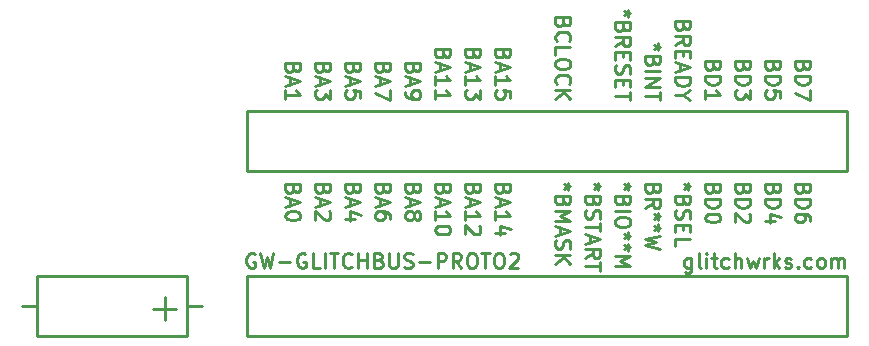
<source format=gbr>
G04 #@! TF.GenerationSoftware,KiCad,Pcbnew,8.0.4*
G04 #@! TF.CreationDate,2024-11-12T14:01:25-05:00*
G04 #@! TF.ProjectId,gw-glitchbus-proto2,67772d67-6c69-4746-9368-6275732d7072,PRODUCTION*
G04 #@! TF.SameCoordinates,Original*
G04 #@! TF.FileFunction,Legend,Top*
G04 #@! TF.FilePolarity,Positive*
%FSLAX46Y46*%
G04 Gerber Fmt 4.6, Leading zero omitted, Abs format (unit mm)*
G04 Created by KiCad (PCBNEW 8.0.4) date 2024-11-12 14:01:25*
%MOMM*%
%LPD*%
G01*
G04 APERTURE LIST*
%ADD10C,0.254000*%
G04 APERTURE END LIST*
D10*
X175955681Y-140985914D02*
X175653300Y-140985914D01*
X175774253Y-140683533D02*
X175653300Y-140985914D01*
X175653300Y-140985914D02*
X175774253Y-141288295D01*
X175411396Y-140804485D02*
X175653300Y-140985914D01*
X175653300Y-140985914D02*
X175411396Y-141167343D01*
X175350919Y-142195438D02*
X175290443Y-142376866D01*
X175290443Y-142376866D02*
X175229967Y-142437343D01*
X175229967Y-142437343D02*
X175109015Y-142497819D01*
X175109015Y-142497819D02*
X174927586Y-142497819D01*
X174927586Y-142497819D02*
X174806634Y-142437343D01*
X174806634Y-142437343D02*
X174746158Y-142376866D01*
X174746158Y-142376866D02*
X174685681Y-142255914D01*
X174685681Y-142255914D02*
X174685681Y-141772104D01*
X174685681Y-141772104D02*
X175955681Y-141772104D01*
X175955681Y-141772104D02*
X175955681Y-142195438D01*
X175955681Y-142195438D02*
X175895205Y-142316390D01*
X175895205Y-142316390D02*
X175834729Y-142376866D01*
X175834729Y-142376866D02*
X175713777Y-142437343D01*
X175713777Y-142437343D02*
X175592824Y-142437343D01*
X175592824Y-142437343D02*
X175471872Y-142376866D01*
X175471872Y-142376866D02*
X175411396Y-142316390D01*
X175411396Y-142316390D02*
X175350919Y-142195438D01*
X175350919Y-142195438D02*
X175350919Y-141772104D01*
X174746158Y-142981628D02*
X174685681Y-143163057D01*
X174685681Y-143163057D02*
X174685681Y-143465438D01*
X174685681Y-143465438D02*
X174746158Y-143586390D01*
X174746158Y-143586390D02*
X174806634Y-143646866D01*
X174806634Y-143646866D02*
X174927586Y-143707343D01*
X174927586Y-143707343D02*
X175048538Y-143707343D01*
X175048538Y-143707343D02*
X175169491Y-143646866D01*
X175169491Y-143646866D02*
X175229967Y-143586390D01*
X175229967Y-143586390D02*
X175290443Y-143465438D01*
X175290443Y-143465438D02*
X175350919Y-143223533D01*
X175350919Y-143223533D02*
X175411396Y-143102581D01*
X175411396Y-143102581D02*
X175471872Y-143042104D01*
X175471872Y-143042104D02*
X175592824Y-142981628D01*
X175592824Y-142981628D02*
X175713777Y-142981628D01*
X175713777Y-142981628D02*
X175834729Y-143042104D01*
X175834729Y-143042104D02*
X175895205Y-143102581D01*
X175895205Y-143102581D02*
X175955681Y-143223533D01*
X175955681Y-143223533D02*
X175955681Y-143525914D01*
X175955681Y-143525914D02*
X175895205Y-143707343D01*
X175350919Y-144251628D02*
X175350919Y-144674962D01*
X174685681Y-144856390D02*
X174685681Y-144251628D01*
X174685681Y-144251628D02*
X175955681Y-144251628D01*
X175955681Y-144251628D02*
X175955681Y-144856390D01*
X174685681Y-146005438D02*
X174685681Y-145400676D01*
X174685681Y-145400676D02*
X175955681Y-145400676D01*
X176046191Y-147047651D02*
X176046191Y-148075746D01*
X176046191Y-148075746D02*
X175985715Y-148196699D01*
X175985715Y-148196699D02*
X175925239Y-148257175D01*
X175925239Y-148257175D02*
X175804286Y-148317651D01*
X175804286Y-148317651D02*
X175622858Y-148317651D01*
X175622858Y-148317651D02*
X175501905Y-148257175D01*
X176046191Y-147833842D02*
X175925239Y-147894318D01*
X175925239Y-147894318D02*
X175683334Y-147894318D01*
X175683334Y-147894318D02*
X175562382Y-147833842D01*
X175562382Y-147833842D02*
X175501905Y-147773365D01*
X175501905Y-147773365D02*
X175441429Y-147652413D01*
X175441429Y-147652413D02*
X175441429Y-147289556D01*
X175441429Y-147289556D02*
X175501905Y-147168603D01*
X175501905Y-147168603D02*
X175562382Y-147108127D01*
X175562382Y-147108127D02*
X175683334Y-147047651D01*
X175683334Y-147047651D02*
X175925239Y-147047651D01*
X175925239Y-147047651D02*
X176046191Y-147108127D01*
X176832382Y-147894318D02*
X176711430Y-147833842D01*
X176711430Y-147833842D02*
X176650953Y-147712889D01*
X176650953Y-147712889D02*
X176650953Y-146624318D01*
X177316191Y-147894318D02*
X177316191Y-147047651D01*
X177316191Y-146624318D02*
X177255715Y-146684794D01*
X177255715Y-146684794D02*
X177316191Y-146745270D01*
X177316191Y-146745270D02*
X177376668Y-146684794D01*
X177376668Y-146684794D02*
X177316191Y-146624318D01*
X177316191Y-146624318D02*
X177316191Y-146745270D01*
X177739525Y-147047651D02*
X178223334Y-147047651D01*
X177920953Y-146624318D02*
X177920953Y-147712889D01*
X177920953Y-147712889D02*
X177981430Y-147833842D01*
X177981430Y-147833842D02*
X178102382Y-147894318D01*
X178102382Y-147894318D02*
X178223334Y-147894318D01*
X179190953Y-147833842D02*
X179070001Y-147894318D01*
X179070001Y-147894318D02*
X178828096Y-147894318D01*
X178828096Y-147894318D02*
X178707144Y-147833842D01*
X178707144Y-147833842D02*
X178646667Y-147773365D01*
X178646667Y-147773365D02*
X178586191Y-147652413D01*
X178586191Y-147652413D02*
X178586191Y-147289556D01*
X178586191Y-147289556D02*
X178646667Y-147168603D01*
X178646667Y-147168603D02*
X178707144Y-147108127D01*
X178707144Y-147108127D02*
X178828096Y-147047651D01*
X178828096Y-147047651D02*
X179070001Y-147047651D01*
X179070001Y-147047651D02*
X179190953Y-147108127D01*
X179735238Y-147894318D02*
X179735238Y-146624318D01*
X180279524Y-147894318D02*
X180279524Y-147229080D01*
X180279524Y-147229080D02*
X180219048Y-147108127D01*
X180219048Y-147108127D02*
X180098096Y-147047651D01*
X180098096Y-147047651D02*
X179916667Y-147047651D01*
X179916667Y-147047651D02*
X179795715Y-147108127D01*
X179795715Y-147108127D02*
X179735238Y-147168603D01*
X180763334Y-147047651D02*
X181005239Y-147894318D01*
X181005239Y-147894318D02*
X181247144Y-147289556D01*
X181247144Y-147289556D02*
X181489048Y-147894318D01*
X181489048Y-147894318D02*
X181730953Y-147047651D01*
X182214762Y-147894318D02*
X182214762Y-147047651D01*
X182214762Y-147289556D02*
X182275239Y-147168603D01*
X182275239Y-147168603D02*
X182335715Y-147108127D01*
X182335715Y-147108127D02*
X182456667Y-147047651D01*
X182456667Y-147047651D02*
X182577620Y-147047651D01*
X183000952Y-147894318D02*
X183000952Y-146624318D01*
X183121905Y-147410508D02*
X183484762Y-147894318D01*
X183484762Y-147047651D02*
X183000952Y-147531461D01*
X183968571Y-147833842D02*
X184089524Y-147894318D01*
X184089524Y-147894318D02*
X184331428Y-147894318D01*
X184331428Y-147894318D02*
X184452381Y-147833842D01*
X184452381Y-147833842D02*
X184512857Y-147712889D01*
X184512857Y-147712889D02*
X184512857Y-147652413D01*
X184512857Y-147652413D02*
X184452381Y-147531461D01*
X184452381Y-147531461D02*
X184331428Y-147470984D01*
X184331428Y-147470984D02*
X184150000Y-147470984D01*
X184150000Y-147470984D02*
X184029047Y-147410508D01*
X184029047Y-147410508D02*
X183968571Y-147289556D01*
X183968571Y-147289556D02*
X183968571Y-147229080D01*
X183968571Y-147229080D02*
X184029047Y-147108127D01*
X184029047Y-147108127D02*
X184150000Y-147047651D01*
X184150000Y-147047651D02*
X184331428Y-147047651D01*
X184331428Y-147047651D02*
X184452381Y-147108127D01*
X185057142Y-147773365D02*
X185117619Y-147833842D01*
X185117619Y-147833842D02*
X185057142Y-147894318D01*
X185057142Y-147894318D02*
X184996666Y-147833842D01*
X184996666Y-147833842D02*
X185057142Y-147773365D01*
X185057142Y-147773365D02*
X185057142Y-147894318D01*
X186206190Y-147833842D02*
X186085238Y-147894318D01*
X186085238Y-147894318D02*
X185843333Y-147894318D01*
X185843333Y-147894318D02*
X185722381Y-147833842D01*
X185722381Y-147833842D02*
X185661904Y-147773365D01*
X185661904Y-147773365D02*
X185601428Y-147652413D01*
X185601428Y-147652413D02*
X185601428Y-147289556D01*
X185601428Y-147289556D02*
X185661904Y-147168603D01*
X185661904Y-147168603D02*
X185722381Y-147108127D01*
X185722381Y-147108127D02*
X185843333Y-147047651D01*
X185843333Y-147047651D02*
X186085238Y-147047651D01*
X186085238Y-147047651D02*
X186206190Y-147108127D01*
X186931904Y-147894318D02*
X186810952Y-147833842D01*
X186810952Y-147833842D02*
X186750475Y-147773365D01*
X186750475Y-147773365D02*
X186689999Y-147652413D01*
X186689999Y-147652413D02*
X186689999Y-147289556D01*
X186689999Y-147289556D02*
X186750475Y-147168603D01*
X186750475Y-147168603D02*
X186810952Y-147108127D01*
X186810952Y-147108127D02*
X186931904Y-147047651D01*
X186931904Y-147047651D02*
X187113333Y-147047651D01*
X187113333Y-147047651D02*
X187234285Y-147108127D01*
X187234285Y-147108127D02*
X187294761Y-147168603D01*
X187294761Y-147168603D02*
X187355237Y-147289556D01*
X187355237Y-147289556D02*
X187355237Y-147652413D01*
X187355237Y-147652413D02*
X187294761Y-147773365D01*
X187294761Y-147773365D02*
X187234285Y-147833842D01*
X187234285Y-147833842D02*
X187113333Y-147894318D01*
X187113333Y-147894318D02*
X186931904Y-147894318D01*
X187899523Y-147894318D02*
X187899523Y-147047651D01*
X187899523Y-147168603D02*
X187960000Y-147108127D01*
X187960000Y-147108127D02*
X188080952Y-147047651D01*
X188080952Y-147047651D02*
X188262381Y-147047651D01*
X188262381Y-147047651D02*
X188383333Y-147108127D01*
X188383333Y-147108127D02*
X188443809Y-147229080D01*
X188443809Y-147229080D02*
X188443809Y-147894318D01*
X188443809Y-147229080D02*
X188504285Y-147108127D01*
X188504285Y-147108127D02*
X188625238Y-147047651D01*
X188625238Y-147047651D02*
X188806666Y-147047651D01*
X188806666Y-147047651D02*
X188927619Y-147108127D01*
X188927619Y-147108127D02*
X188988095Y-147229080D01*
X188988095Y-147229080D02*
X188988095Y-147894318D01*
X139065000Y-146684794D02*
X138944047Y-146624318D01*
X138944047Y-146624318D02*
X138762619Y-146624318D01*
X138762619Y-146624318D02*
X138581190Y-146684794D01*
X138581190Y-146684794D02*
X138460238Y-146805746D01*
X138460238Y-146805746D02*
X138399761Y-146926699D01*
X138399761Y-146926699D02*
X138339285Y-147168603D01*
X138339285Y-147168603D02*
X138339285Y-147350032D01*
X138339285Y-147350032D02*
X138399761Y-147591937D01*
X138399761Y-147591937D02*
X138460238Y-147712889D01*
X138460238Y-147712889D02*
X138581190Y-147833842D01*
X138581190Y-147833842D02*
X138762619Y-147894318D01*
X138762619Y-147894318D02*
X138883571Y-147894318D01*
X138883571Y-147894318D02*
X139065000Y-147833842D01*
X139065000Y-147833842D02*
X139125476Y-147773365D01*
X139125476Y-147773365D02*
X139125476Y-147350032D01*
X139125476Y-147350032D02*
X138883571Y-147350032D01*
X139548809Y-146624318D02*
X139851190Y-147894318D01*
X139851190Y-147894318D02*
X140093095Y-146987175D01*
X140093095Y-146987175D02*
X140335000Y-147894318D01*
X140335000Y-147894318D02*
X140637381Y-146624318D01*
X141121190Y-147410508D02*
X142088810Y-147410508D01*
X143358810Y-146684794D02*
X143237857Y-146624318D01*
X143237857Y-146624318D02*
X143056429Y-146624318D01*
X143056429Y-146624318D02*
X142875000Y-146684794D01*
X142875000Y-146684794D02*
X142754048Y-146805746D01*
X142754048Y-146805746D02*
X142693571Y-146926699D01*
X142693571Y-146926699D02*
X142633095Y-147168603D01*
X142633095Y-147168603D02*
X142633095Y-147350032D01*
X142633095Y-147350032D02*
X142693571Y-147591937D01*
X142693571Y-147591937D02*
X142754048Y-147712889D01*
X142754048Y-147712889D02*
X142875000Y-147833842D01*
X142875000Y-147833842D02*
X143056429Y-147894318D01*
X143056429Y-147894318D02*
X143177381Y-147894318D01*
X143177381Y-147894318D02*
X143358810Y-147833842D01*
X143358810Y-147833842D02*
X143419286Y-147773365D01*
X143419286Y-147773365D02*
X143419286Y-147350032D01*
X143419286Y-147350032D02*
X143177381Y-147350032D01*
X144568333Y-147894318D02*
X143963571Y-147894318D01*
X143963571Y-147894318D02*
X143963571Y-146624318D01*
X144991666Y-147894318D02*
X144991666Y-146624318D01*
X145415000Y-146624318D02*
X146140714Y-146624318D01*
X145777857Y-147894318D02*
X145777857Y-146624318D01*
X147289762Y-147773365D02*
X147229286Y-147833842D01*
X147229286Y-147833842D02*
X147047857Y-147894318D01*
X147047857Y-147894318D02*
X146926905Y-147894318D01*
X146926905Y-147894318D02*
X146745476Y-147833842D01*
X146745476Y-147833842D02*
X146624524Y-147712889D01*
X146624524Y-147712889D02*
X146564047Y-147591937D01*
X146564047Y-147591937D02*
X146503571Y-147350032D01*
X146503571Y-147350032D02*
X146503571Y-147168603D01*
X146503571Y-147168603D02*
X146564047Y-146926699D01*
X146564047Y-146926699D02*
X146624524Y-146805746D01*
X146624524Y-146805746D02*
X146745476Y-146684794D01*
X146745476Y-146684794D02*
X146926905Y-146624318D01*
X146926905Y-146624318D02*
X147047857Y-146624318D01*
X147047857Y-146624318D02*
X147229286Y-146684794D01*
X147229286Y-146684794D02*
X147289762Y-146745270D01*
X147834047Y-147894318D02*
X147834047Y-146624318D01*
X147834047Y-147229080D02*
X148559762Y-147229080D01*
X148559762Y-147894318D02*
X148559762Y-146624318D01*
X149587857Y-147229080D02*
X149769285Y-147289556D01*
X149769285Y-147289556D02*
X149829762Y-147350032D01*
X149829762Y-147350032D02*
X149890238Y-147470984D01*
X149890238Y-147470984D02*
X149890238Y-147652413D01*
X149890238Y-147652413D02*
X149829762Y-147773365D01*
X149829762Y-147773365D02*
X149769285Y-147833842D01*
X149769285Y-147833842D02*
X149648333Y-147894318D01*
X149648333Y-147894318D02*
X149164523Y-147894318D01*
X149164523Y-147894318D02*
X149164523Y-146624318D01*
X149164523Y-146624318D02*
X149587857Y-146624318D01*
X149587857Y-146624318D02*
X149708809Y-146684794D01*
X149708809Y-146684794D02*
X149769285Y-146745270D01*
X149769285Y-146745270D02*
X149829762Y-146866222D01*
X149829762Y-146866222D02*
X149829762Y-146987175D01*
X149829762Y-146987175D02*
X149769285Y-147108127D01*
X149769285Y-147108127D02*
X149708809Y-147168603D01*
X149708809Y-147168603D02*
X149587857Y-147229080D01*
X149587857Y-147229080D02*
X149164523Y-147229080D01*
X150434523Y-146624318D02*
X150434523Y-147652413D01*
X150434523Y-147652413D02*
X150495000Y-147773365D01*
X150495000Y-147773365D02*
X150555476Y-147833842D01*
X150555476Y-147833842D02*
X150676428Y-147894318D01*
X150676428Y-147894318D02*
X150918333Y-147894318D01*
X150918333Y-147894318D02*
X151039285Y-147833842D01*
X151039285Y-147833842D02*
X151099762Y-147773365D01*
X151099762Y-147773365D02*
X151160238Y-147652413D01*
X151160238Y-147652413D02*
X151160238Y-146624318D01*
X151704523Y-147833842D02*
X151885952Y-147894318D01*
X151885952Y-147894318D02*
X152188333Y-147894318D01*
X152188333Y-147894318D02*
X152309285Y-147833842D01*
X152309285Y-147833842D02*
X152369761Y-147773365D01*
X152369761Y-147773365D02*
X152430238Y-147652413D01*
X152430238Y-147652413D02*
X152430238Y-147531461D01*
X152430238Y-147531461D02*
X152369761Y-147410508D01*
X152369761Y-147410508D02*
X152309285Y-147350032D01*
X152309285Y-147350032D02*
X152188333Y-147289556D01*
X152188333Y-147289556D02*
X151946428Y-147229080D01*
X151946428Y-147229080D02*
X151825476Y-147168603D01*
X151825476Y-147168603D02*
X151764999Y-147108127D01*
X151764999Y-147108127D02*
X151704523Y-146987175D01*
X151704523Y-146987175D02*
X151704523Y-146866222D01*
X151704523Y-146866222D02*
X151764999Y-146745270D01*
X151764999Y-146745270D02*
X151825476Y-146684794D01*
X151825476Y-146684794D02*
X151946428Y-146624318D01*
X151946428Y-146624318D02*
X152248809Y-146624318D01*
X152248809Y-146624318D02*
X152430238Y-146684794D01*
X152974523Y-147410508D02*
X153942143Y-147410508D01*
X154546904Y-147894318D02*
X154546904Y-146624318D01*
X154546904Y-146624318D02*
X155030714Y-146624318D01*
X155030714Y-146624318D02*
X155151666Y-146684794D01*
X155151666Y-146684794D02*
X155212143Y-146745270D01*
X155212143Y-146745270D02*
X155272619Y-146866222D01*
X155272619Y-146866222D02*
X155272619Y-147047651D01*
X155272619Y-147047651D02*
X155212143Y-147168603D01*
X155212143Y-147168603D02*
X155151666Y-147229080D01*
X155151666Y-147229080D02*
X155030714Y-147289556D01*
X155030714Y-147289556D02*
X154546904Y-147289556D01*
X156542619Y-147894318D02*
X156119285Y-147289556D01*
X155816904Y-147894318D02*
X155816904Y-146624318D01*
X155816904Y-146624318D02*
X156300714Y-146624318D01*
X156300714Y-146624318D02*
X156421666Y-146684794D01*
X156421666Y-146684794D02*
X156482143Y-146745270D01*
X156482143Y-146745270D02*
X156542619Y-146866222D01*
X156542619Y-146866222D02*
X156542619Y-147047651D01*
X156542619Y-147047651D02*
X156482143Y-147168603D01*
X156482143Y-147168603D02*
X156421666Y-147229080D01*
X156421666Y-147229080D02*
X156300714Y-147289556D01*
X156300714Y-147289556D02*
X155816904Y-147289556D01*
X157328809Y-146624318D02*
X157570714Y-146624318D01*
X157570714Y-146624318D02*
X157691666Y-146684794D01*
X157691666Y-146684794D02*
X157812619Y-146805746D01*
X157812619Y-146805746D02*
X157873095Y-147047651D01*
X157873095Y-147047651D02*
X157873095Y-147470984D01*
X157873095Y-147470984D02*
X157812619Y-147712889D01*
X157812619Y-147712889D02*
X157691666Y-147833842D01*
X157691666Y-147833842D02*
X157570714Y-147894318D01*
X157570714Y-147894318D02*
X157328809Y-147894318D01*
X157328809Y-147894318D02*
X157207857Y-147833842D01*
X157207857Y-147833842D02*
X157086904Y-147712889D01*
X157086904Y-147712889D02*
X157026428Y-147470984D01*
X157026428Y-147470984D02*
X157026428Y-147047651D01*
X157026428Y-147047651D02*
X157086904Y-146805746D01*
X157086904Y-146805746D02*
X157207857Y-146684794D01*
X157207857Y-146684794D02*
X157328809Y-146624318D01*
X158235952Y-146624318D02*
X158961666Y-146624318D01*
X158598809Y-147894318D02*
X158598809Y-146624318D01*
X159626904Y-146624318D02*
X159868809Y-146624318D01*
X159868809Y-146624318D02*
X159989761Y-146684794D01*
X159989761Y-146684794D02*
X160110714Y-146805746D01*
X160110714Y-146805746D02*
X160171190Y-147047651D01*
X160171190Y-147047651D02*
X160171190Y-147470984D01*
X160171190Y-147470984D02*
X160110714Y-147712889D01*
X160110714Y-147712889D02*
X159989761Y-147833842D01*
X159989761Y-147833842D02*
X159868809Y-147894318D01*
X159868809Y-147894318D02*
X159626904Y-147894318D01*
X159626904Y-147894318D02*
X159505952Y-147833842D01*
X159505952Y-147833842D02*
X159384999Y-147712889D01*
X159384999Y-147712889D02*
X159324523Y-147470984D01*
X159324523Y-147470984D02*
X159324523Y-147047651D01*
X159324523Y-147047651D02*
X159384999Y-146805746D01*
X159384999Y-146805746D02*
X159505952Y-146684794D01*
X159505952Y-146684794D02*
X159626904Y-146624318D01*
X160654999Y-146745270D02*
X160715475Y-146684794D01*
X160715475Y-146684794D02*
X160836428Y-146624318D01*
X160836428Y-146624318D02*
X161138809Y-146624318D01*
X161138809Y-146624318D02*
X161259761Y-146684794D01*
X161259761Y-146684794D02*
X161320237Y-146745270D01*
X161320237Y-146745270D02*
X161380714Y-146866222D01*
X161380714Y-146866222D02*
X161380714Y-146987175D01*
X161380714Y-146987175D02*
X161320237Y-147168603D01*
X161320237Y-147168603D02*
X160594523Y-147894318D01*
X160594523Y-147894318D02*
X161380714Y-147894318D01*
X185510919Y-130794085D02*
X185450443Y-130975513D01*
X185450443Y-130975513D02*
X185389967Y-131035990D01*
X185389967Y-131035990D02*
X185269015Y-131096466D01*
X185269015Y-131096466D02*
X185087586Y-131096466D01*
X185087586Y-131096466D02*
X184966634Y-131035990D01*
X184966634Y-131035990D02*
X184906158Y-130975513D01*
X184906158Y-130975513D02*
X184845681Y-130854561D01*
X184845681Y-130854561D02*
X184845681Y-130370751D01*
X184845681Y-130370751D02*
X186115681Y-130370751D01*
X186115681Y-130370751D02*
X186115681Y-130794085D01*
X186115681Y-130794085D02*
X186055205Y-130915037D01*
X186055205Y-130915037D02*
X185994729Y-130975513D01*
X185994729Y-130975513D02*
X185873777Y-131035990D01*
X185873777Y-131035990D02*
X185752824Y-131035990D01*
X185752824Y-131035990D02*
X185631872Y-130975513D01*
X185631872Y-130975513D02*
X185571396Y-130915037D01*
X185571396Y-130915037D02*
X185510919Y-130794085D01*
X185510919Y-130794085D02*
X185510919Y-130370751D01*
X184845681Y-131640751D02*
X186115681Y-131640751D01*
X186115681Y-131640751D02*
X186115681Y-131943132D01*
X186115681Y-131943132D02*
X186055205Y-132124561D01*
X186055205Y-132124561D02*
X185934253Y-132245513D01*
X185934253Y-132245513D02*
X185813300Y-132305990D01*
X185813300Y-132305990D02*
X185571396Y-132366466D01*
X185571396Y-132366466D02*
X185389967Y-132366466D01*
X185389967Y-132366466D02*
X185148062Y-132305990D01*
X185148062Y-132305990D02*
X185027110Y-132245513D01*
X185027110Y-132245513D02*
X184906158Y-132124561D01*
X184906158Y-132124561D02*
X184845681Y-131943132D01*
X184845681Y-131943132D02*
X184845681Y-131640751D01*
X186115681Y-132789799D02*
X186115681Y-133636466D01*
X186115681Y-133636466D02*
X184845681Y-133092180D01*
X182970919Y-130794085D02*
X182910443Y-130975513D01*
X182910443Y-130975513D02*
X182849967Y-131035990D01*
X182849967Y-131035990D02*
X182729015Y-131096466D01*
X182729015Y-131096466D02*
X182547586Y-131096466D01*
X182547586Y-131096466D02*
X182426634Y-131035990D01*
X182426634Y-131035990D02*
X182366158Y-130975513D01*
X182366158Y-130975513D02*
X182305681Y-130854561D01*
X182305681Y-130854561D02*
X182305681Y-130370751D01*
X182305681Y-130370751D02*
X183575681Y-130370751D01*
X183575681Y-130370751D02*
X183575681Y-130794085D01*
X183575681Y-130794085D02*
X183515205Y-130915037D01*
X183515205Y-130915037D02*
X183454729Y-130975513D01*
X183454729Y-130975513D02*
X183333777Y-131035990D01*
X183333777Y-131035990D02*
X183212824Y-131035990D01*
X183212824Y-131035990D02*
X183091872Y-130975513D01*
X183091872Y-130975513D02*
X183031396Y-130915037D01*
X183031396Y-130915037D02*
X182970919Y-130794085D01*
X182970919Y-130794085D02*
X182970919Y-130370751D01*
X182305681Y-131640751D02*
X183575681Y-131640751D01*
X183575681Y-131640751D02*
X183575681Y-131943132D01*
X183575681Y-131943132D02*
X183515205Y-132124561D01*
X183515205Y-132124561D02*
X183394253Y-132245513D01*
X183394253Y-132245513D02*
X183273300Y-132305990D01*
X183273300Y-132305990D02*
X183031396Y-132366466D01*
X183031396Y-132366466D02*
X182849967Y-132366466D01*
X182849967Y-132366466D02*
X182608062Y-132305990D01*
X182608062Y-132305990D02*
X182487110Y-132245513D01*
X182487110Y-132245513D02*
X182366158Y-132124561D01*
X182366158Y-132124561D02*
X182305681Y-131943132D01*
X182305681Y-131943132D02*
X182305681Y-131640751D01*
X183575681Y-133515513D02*
X183575681Y-132910751D01*
X183575681Y-132910751D02*
X182970919Y-132850275D01*
X182970919Y-132850275D02*
X183031396Y-132910751D01*
X183031396Y-132910751D02*
X183091872Y-133031704D01*
X183091872Y-133031704D02*
X183091872Y-133334085D01*
X183091872Y-133334085D02*
X183031396Y-133455037D01*
X183031396Y-133455037D02*
X182970919Y-133515513D01*
X182970919Y-133515513D02*
X182849967Y-133575990D01*
X182849967Y-133575990D02*
X182547586Y-133575990D01*
X182547586Y-133575990D02*
X182426634Y-133515513D01*
X182426634Y-133515513D02*
X182366158Y-133455037D01*
X182366158Y-133455037D02*
X182305681Y-133334085D01*
X182305681Y-133334085D02*
X182305681Y-133031704D01*
X182305681Y-133031704D02*
X182366158Y-132910751D01*
X182366158Y-132910751D02*
X182426634Y-132850275D01*
X180430919Y-130794085D02*
X180370443Y-130975513D01*
X180370443Y-130975513D02*
X180309967Y-131035990D01*
X180309967Y-131035990D02*
X180189015Y-131096466D01*
X180189015Y-131096466D02*
X180007586Y-131096466D01*
X180007586Y-131096466D02*
X179886634Y-131035990D01*
X179886634Y-131035990D02*
X179826158Y-130975513D01*
X179826158Y-130975513D02*
X179765681Y-130854561D01*
X179765681Y-130854561D02*
X179765681Y-130370751D01*
X179765681Y-130370751D02*
X181035681Y-130370751D01*
X181035681Y-130370751D02*
X181035681Y-130794085D01*
X181035681Y-130794085D02*
X180975205Y-130915037D01*
X180975205Y-130915037D02*
X180914729Y-130975513D01*
X180914729Y-130975513D02*
X180793777Y-131035990D01*
X180793777Y-131035990D02*
X180672824Y-131035990D01*
X180672824Y-131035990D02*
X180551872Y-130975513D01*
X180551872Y-130975513D02*
X180491396Y-130915037D01*
X180491396Y-130915037D02*
X180430919Y-130794085D01*
X180430919Y-130794085D02*
X180430919Y-130370751D01*
X179765681Y-131640751D02*
X181035681Y-131640751D01*
X181035681Y-131640751D02*
X181035681Y-131943132D01*
X181035681Y-131943132D02*
X180975205Y-132124561D01*
X180975205Y-132124561D02*
X180854253Y-132245513D01*
X180854253Y-132245513D02*
X180733300Y-132305990D01*
X180733300Y-132305990D02*
X180491396Y-132366466D01*
X180491396Y-132366466D02*
X180309967Y-132366466D01*
X180309967Y-132366466D02*
X180068062Y-132305990D01*
X180068062Y-132305990D02*
X179947110Y-132245513D01*
X179947110Y-132245513D02*
X179826158Y-132124561D01*
X179826158Y-132124561D02*
X179765681Y-131943132D01*
X179765681Y-131943132D02*
X179765681Y-131640751D01*
X181035681Y-132789799D02*
X181035681Y-133575990D01*
X181035681Y-133575990D02*
X180551872Y-133152656D01*
X180551872Y-133152656D02*
X180551872Y-133334085D01*
X180551872Y-133334085D02*
X180491396Y-133455037D01*
X180491396Y-133455037D02*
X180430919Y-133515513D01*
X180430919Y-133515513D02*
X180309967Y-133575990D01*
X180309967Y-133575990D02*
X180007586Y-133575990D01*
X180007586Y-133575990D02*
X179886634Y-133515513D01*
X179886634Y-133515513D02*
X179826158Y-133455037D01*
X179826158Y-133455037D02*
X179765681Y-133334085D01*
X179765681Y-133334085D02*
X179765681Y-132971228D01*
X179765681Y-132971228D02*
X179826158Y-132850275D01*
X179826158Y-132850275D02*
X179886634Y-132789799D01*
X177890919Y-130794085D02*
X177830443Y-130975513D01*
X177830443Y-130975513D02*
X177769967Y-131035990D01*
X177769967Y-131035990D02*
X177649015Y-131096466D01*
X177649015Y-131096466D02*
X177467586Y-131096466D01*
X177467586Y-131096466D02*
X177346634Y-131035990D01*
X177346634Y-131035990D02*
X177286158Y-130975513D01*
X177286158Y-130975513D02*
X177225681Y-130854561D01*
X177225681Y-130854561D02*
X177225681Y-130370751D01*
X177225681Y-130370751D02*
X178495681Y-130370751D01*
X178495681Y-130370751D02*
X178495681Y-130794085D01*
X178495681Y-130794085D02*
X178435205Y-130915037D01*
X178435205Y-130915037D02*
X178374729Y-130975513D01*
X178374729Y-130975513D02*
X178253777Y-131035990D01*
X178253777Y-131035990D02*
X178132824Y-131035990D01*
X178132824Y-131035990D02*
X178011872Y-130975513D01*
X178011872Y-130975513D02*
X177951396Y-130915037D01*
X177951396Y-130915037D02*
X177890919Y-130794085D01*
X177890919Y-130794085D02*
X177890919Y-130370751D01*
X177225681Y-131640751D02*
X178495681Y-131640751D01*
X178495681Y-131640751D02*
X178495681Y-131943132D01*
X178495681Y-131943132D02*
X178435205Y-132124561D01*
X178435205Y-132124561D02*
X178314253Y-132245513D01*
X178314253Y-132245513D02*
X178193300Y-132305990D01*
X178193300Y-132305990D02*
X177951396Y-132366466D01*
X177951396Y-132366466D02*
X177769967Y-132366466D01*
X177769967Y-132366466D02*
X177528062Y-132305990D01*
X177528062Y-132305990D02*
X177407110Y-132245513D01*
X177407110Y-132245513D02*
X177286158Y-132124561D01*
X177286158Y-132124561D02*
X177225681Y-131943132D01*
X177225681Y-131943132D02*
X177225681Y-131640751D01*
X177225681Y-133575990D02*
X177225681Y-132850275D01*
X177225681Y-133213132D02*
X178495681Y-133213132D01*
X178495681Y-133213132D02*
X178314253Y-133092180D01*
X178314253Y-133092180D02*
X178193300Y-132971228D01*
X178193300Y-132971228D02*
X178132824Y-132850275D01*
X175350919Y-127407419D02*
X175290443Y-127588847D01*
X175290443Y-127588847D02*
X175229967Y-127649324D01*
X175229967Y-127649324D02*
X175109015Y-127709800D01*
X175109015Y-127709800D02*
X174927586Y-127709800D01*
X174927586Y-127709800D02*
X174806634Y-127649324D01*
X174806634Y-127649324D02*
X174746158Y-127588847D01*
X174746158Y-127588847D02*
X174685681Y-127467895D01*
X174685681Y-127467895D02*
X174685681Y-126984085D01*
X174685681Y-126984085D02*
X175955681Y-126984085D01*
X175955681Y-126984085D02*
X175955681Y-127407419D01*
X175955681Y-127407419D02*
X175895205Y-127528371D01*
X175895205Y-127528371D02*
X175834729Y-127588847D01*
X175834729Y-127588847D02*
X175713777Y-127649324D01*
X175713777Y-127649324D02*
X175592824Y-127649324D01*
X175592824Y-127649324D02*
X175471872Y-127588847D01*
X175471872Y-127588847D02*
X175411396Y-127528371D01*
X175411396Y-127528371D02*
X175350919Y-127407419D01*
X175350919Y-127407419D02*
X175350919Y-126984085D01*
X174685681Y-128979800D02*
X175290443Y-128556466D01*
X174685681Y-128254085D02*
X175955681Y-128254085D01*
X175955681Y-128254085D02*
X175955681Y-128737895D01*
X175955681Y-128737895D02*
X175895205Y-128858847D01*
X175895205Y-128858847D02*
X175834729Y-128919324D01*
X175834729Y-128919324D02*
X175713777Y-128979800D01*
X175713777Y-128979800D02*
X175532348Y-128979800D01*
X175532348Y-128979800D02*
X175411396Y-128919324D01*
X175411396Y-128919324D02*
X175350919Y-128858847D01*
X175350919Y-128858847D02*
X175290443Y-128737895D01*
X175290443Y-128737895D02*
X175290443Y-128254085D01*
X175350919Y-129524085D02*
X175350919Y-129947419D01*
X174685681Y-130128847D02*
X174685681Y-129524085D01*
X174685681Y-129524085D02*
X175955681Y-129524085D01*
X175955681Y-129524085D02*
X175955681Y-130128847D01*
X175048538Y-130612657D02*
X175048538Y-131217419D01*
X174685681Y-130491705D02*
X175955681Y-130915038D01*
X175955681Y-130915038D02*
X174685681Y-131338372D01*
X174685681Y-131761704D02*
X175955681Y-131761704D01*
X175955681Y-131761704D02*
X175955681Y-132064085D01*
X175955681Y-132064085D02*
X175895205Y-132245514D01*
X175895205Y-132245514D02*
X175774253Y-132366466D01*
X175774253Y-132366466D02*
X175653300Y-132426943D01*
X175653300Y-132426943D02*
X175411396Y-132487419D01*
X175411396Y-132487419D02*
X175229967Y-132487419D01*
X175229967Y-132487419D02*
X174988062Y-132426943D01*
X174988062Y-132426943D02*
X174867110Y-132366466D01*
X174867110Y-132366466D02*
X174746158Y-132245514D01*
X174746158Y-132245514D02*
X174685681Y-132064085D01*
X174685681Y-132064085D02*
X174685681Y-131761704D01*
X175290443Y-133273609D02*
X174685681Y-133273609D01*
X175955681Y-132850276D02*
X175290443Y-133273609D01*
X175290443Y-133273609D02*
X175955681Y-133696943D01*
X173415681Y-129161228D02*
X173113300Y-129161228D01*
X173234253Y-128858847D02*
X173113300Y-129161228D01*
X173113300Y-129161228D02*
X173234253Y-129463609D01*
X172871396Y-128979799D02*
X173113300Y-129161228D01*
X173113300Y-129161228D02*
X172871396Y-129342657D01*
X172810919Y-130370752D02*
X172750443Y-130552180D01*
X172750443Y-130552180D02*
X172689967Y-130612657D01*
X172689967Y-130612657D02*
X172569015Y-130673133D01*
X172569015Y-130673133D02*
X172387586Y-130673133D01*
X172387586Y-130673133D02*
X172266634Y-130612657D01*
X172266634Y-130612657D02*
X172206158Y-130552180D01*
X172206158Y-130552180D02*
X172145681Y-130431228D01*
X172145681Y-130431228D02*
X172145681Y-129947418D01*
X172145681Y-129947418D02*
X173415681Y-129947418D01*
X173415681Y-129947418D02*
X173415681Y-130370752D01*
X173415681Y-130370752D02*
X173355205Y-130491704D01*
X173355205Y-130491704D02*
X173294729Y-130552180D01*
X173294729Y-130552180D02*
X173173777Y-130612657D01*
X173173777Y-130612657D02*
X173052824Y-130612657D01*
X173052824Y-130612657D02*
X172931872Y-130552180D01*
X172931872Y-130552180D02*
X172871396Y-130491704D01*
X172871396Y-130491704D02*
X172810919Y-130370752D01*
X172810919Y-130370752D02*
X172810919Y-129947418D01*
X172145681Y-131217418D02*
X173415681Y-131217418D01*
X172145681Y-131822180D02*
X173415681Y-131822180D01*
X173415681Y-131822180D02*
X172145681Y-132547895D01*
X172145681Y-132547895D02*
X173415681Y-132547895D01*
X173415681Y-132971228D02*
X173415681Y-133696942D01*
X172145681Y-133334085D02*
X173415681Y-133334085D01*
X165190919Y-127105038D02*
X165130443Y-127286466D01*
X165130443Y-127286466D02*
X165069967Y-127346943D01*
X165069967Y-127346943D02*
X164949015Y-127407419D01*
X164949015Y-127407419D02*
X164767586Y-127407419D01*
X164767586Y-127407419D02*
X164646634Y-127346943D01*
X164646634Y-127346943D02*
X164586158Y-127286466D01*
X164586158Y-127286466D02*
X164525681Y-127165514D01*
X164525681Y-127165514D02*
X164525681Y-126681704D01*
X164525681Y-126681704D02*
X165795681Y-126681704D01*
X165795681Y-126681704D02*
X165795681Y-127105038D01*
X165795681Y-127105038D02*
X165735205Y-127225990D01*
X165735205Y-127225990D02*
X165674729Y-127286466D01*
X165674729Y-127286466D02*
X165553777Y-127346943D01*
X165553777Y-127346943D02*
X165432824Y-127346943D01*
X165432824Y-127346943D02*
X165311872Y-127286466D01*
X165311872Y-127286466D02*
X165251396Y-127225990D01*
X165251396Y-127225990D02*
X165190919Y-127105038D01*
X165190919Y-127105038D02*
X165190919Y-126681704D01*
X164646634Y-128677419D02*
X164586158Y-128616943D01*
X164586158Y-128616943D02*
X164525681Y-128435514D01*
X164525681Y-128435514D02*
X164525681Y-128314562D01*
X164525681Y-128314562D02*
X164586158Y-128133133D01*
X164586158Y-128133133D02*
X164707110Y-128012181D01*
X164707110Y-128012181D02*
X164828062Y-127951704D01*
X164828062Y-127951704D02*
X165069967Y-127891228D01*
X165069967Y-127891228D02*
X165251396Y-127891228D01*
X165251396Y-127891228D02*
X165493300Y-127951704D01*
X165493300Y-127951704D02*
X165614253Y-128012181D01*
X165614253Y-128012181D02*
X165735205Y-128133133D01*
X165735205Y-128133133D02*
X165795681Y-128314562D01*
X165795681Y-128314562D02*
X165795681Y-128435514D01*
X165795681Y-128435514D02*
X165735205Y-128616943D01*
X165735205Y-128616943D02*
X165674729Y-128677419D01*
X164525681Y-129826466D02*
X164525681Y-129221704D01*
X164525681Y-129221704D02*
X165795681Y-129221704D01*
X165795681Y-130491704D02*
X165795681Y-130733609D01*
X165795681Y-130733609D02*
X165735205Y-130854561D01*
X165735205Y-130854561D02*
X165614253Y-130975514D01*
X165614253Y-130975514D02*
X165372348Y-131035990D01*
X165372348Y-131035990D02*
X164949015Y-131035990D01*
X164949015Y-131035990D02*
X164707110Y-130975514D01*
X164707110Y-130975514D02*
X164586158Y-130854561D01*
X164586158Y-130854561D02*
X164525681Y-130733609D01*
X164525681Y-130733609D02*
X164525681Y-130491704D01*
X164525681Y-130491704D02*
X164586158Y-130370752D01*
X164586158Y-130370752D02*
X164707110Y-130249799D01*
X164707110Y-130249799D02*
X164949015Y-130189323D01*
X164949015Y-130189323D02*
X165372348Y-130189323D01*
X165372348Y-130189323D02*
X165614253Y-130249799D01*
X165614253Y-130249799D02*
X165735205Y-130370752D01*
X165735205Y-130370752D02*
X165795681Y-130491704D01*
X164646634Y-132305990D02*
X164586158Y-132245514D01*
X164586158Y-132245514D02*
X164525681Y-132064085D01*
X164525681Y-132064085D02*
X164525681Y-131943133D01*
X164525681Y-131943133D02*
X164586158Y-131761704D01*
X164586158Y-131761704D02*
X164707110Y-131640752D01*
X164707110Y-131640752D02*
X164828062Y-131580275D01*
X164828062Y-131580275D02*
X165069967Y-131519799D01*
X165069967Y-131519799D02*
X165251396Y-131519799D01*
X165251396Y-131519799D02*
X165493300Y-131580275D01*
X165493300Y-131580275D02*
X165614253Y-131640752D01*
X165614253Y-131640752D02*
X165735205Y-131761704D01*
X165735205Y-131761704D02*
X165795681Y-131943133D01*
X165795681Y-131943133D02*
X165795681Y-132064085D01*
X165795681Y-132064085D02*
X165735205Y-132245514D01*
X165735205Y-132245514D02*
X165674729Y-132305990D01*
X164525681Y-132850275D02*
X165795681Y-132850275D01*
X164525681Y-133575990D02*
X165251396Y-133031704D01*
X165795681Y-133575990D02*
X165069967Y-132850275D01*
X160110919Y-129765990D02*
X160050443Y-129947418D01*
X160050443Y-129947418D02*
X159989967Y-130007895D01*
X159989967Y-130007895D02*
X159869015Y-130068371D01*
X159869015Y-130068371D02*
X159687586Y-130068371D01*
X159687586Y-130068371D02*
X159566634Y-130007895D01*
X159566634Y-130007895D02*
X159506158Y-129947418D01*
X159506158Y-129947418D02*
X159445681Y-129826466D01*
X159445681Y-129826466D02*
X159445681Y-129342656D01*
X159445681Y-129342656D02*
X160715681Y-129342656D01*
X160715681Y-129342656D02*
X160715681Y-129765990D01*
X160715681Y-129765990D02*
X160655205Y-129886942D01*
X160655205Y-129886942D02*
X160594729Y-129947418D01*
X160594729Y-129947418D02*
X160473777Y-130007895D01*
X160473777Y-130007895D02*
X160352824Y-130007895D01*
X160352824Y-130007895D02*
X160231872Y-129947418D01*
X160231872Y-129947418D02*
X160171396Y-129886942D01*
X160171396Y-129886942D02*
X160110919Y-129765990D01*
X160110919Y-129765990D02*
X160110919Y-129342656D01*
X159808538Y-130552180D02*
X159808538Y-131156942D01*
X159445681Y-130431228D02*
X160715681Y-130854561D01*
X160715681Y-130854561D02*
X159445681Y-131277895D01*
X159445681Y-132366466D02*
X159445681Y-131640751D01*
X159445681Y-132003608D02*
X160715681Y-132003608D01*
X160715681Y-132003608D02*
X160534253Y-131882656D01*
X160534253Y-131882656D02*
X160413300Y-131761704D01*
X160413300Y-131761704D02*
X160352824Y-131640751D01*
X160715681Y-133515513D02*
X160715681Y-132910751D01*
X160715681Y-132910751D02*
X160110919Y-132850275D01*
X160110919Y-132850275D02*
X160171396Y-132910751D01*
X160171396Y-132910751D02*
X160231872Y-133031704D01*
X160231872Y-133031704D02*
X160231872Y-133334085D01*
X160231872Y-133334085D02*
X160171396Y-133455037D01*
X160171396Y-133455037D02*
X160110919Y-133515513D01*
X160110919Y-133515513D02*
X159989967Y-133575990D01*
X159989967Y-133575990D02*
X159687586Y-133575990D01*
X159687586Y-133575990D02*
X159566634Y-133515513D01*
X159566634Y-133515513D02*
X159506158Y-133455037D01*
X159506158Y-133455037D02*
X159445681Y-133334085D01*
X159445681Y-133334085D02*
X159445681Y-133031704D01*
X159445681Y-133031704D02*
X159506158Y-132910751D01*
X159506158Y-132910751D02*
X159566634Y-132850275D01*
X157570919Y-129765990D02*
X157510443Y-129947418D01*
X157510443Y-129947418D02*
X157449967Y-130007895D01*
X157449967Y-130007895D02*
X157329015Y-130068371D01*
X157329015Y-130068371D02*
X157147586Y-130068371D01*
X157147586Y-130068371D02*
X157026634Y-130007895D01*
X157026634Y-130007895D02*
X156966158Y-129947418D01*
X156966158Y-129947418D02*
X156905681Y-129826466D01*
X156905681Y-129826466D02*
X156905681Y-129342656D01*
X156905681Y-129342656D02*
X158175681Y-129342656D01*
X158175681Y-129342656D02*
X158175681Y-129765990D01*
X158175681Y-129765990D02*
X158115205Y-129886942D01*
X158115205Y-129886942D02*
X158054729Y-129947418D01*
X158054729Y-129947418D02*
X157933777Y-130007895D01*
X157933777Y-130007895D02*
X157812824Y-130007895D01*
X157812824Y-130007895D02*
X157691872Y-129947418D01*
X157691872Y-129947418D02*
X157631396Y-129886942D01*
X157631396Y-129886942D02*
X157570919Y-129765990D01*
X157570919Y-129765990D02*
X157570919Y-129342656D01*
X157268538Y-130552180D02*
X157268538Y-131156942D01*
X156905681Y-130431228D02*
X158175681Y-130854561D01*
X158175681Y-130854561D02*
X156905681Y-131277895D01*
X156905681Y-132366466D02*
X156905681Y-131640751D01*
X156905681Y-132003608D02*
X158175681Y-132003608D01*
X158175681Y-132003608D02*
X157994253Y-131882656D01*
X157994253Y-131882656D02*
X157873300Y-131761704D01*
X157873300Y-131761704D02*
X157812824Y-131640751D01*
X158175681Y-132789799D02*
X158175681Y-133575990D01*
X158175681Y-133575990D02*
X157691872Y-133152656D01*
X157691872Y-133152656D02*
X157691872Y-133334085D01*
X157691872Y-133334085D02*
X157631396Y-133455037D01*
X157631396Y-133455037D02*
X157570919Y-133515513D01*
X157570919Y-133515513D02*
X157449967Y-133575990D01*
X157449967Y-133575990D02*
X157147586Y-133575990D01*
X157147586Y-133575990D02*
X157026634Y-133515513D01*
X157026634Y-133515513D02*
X156966158Y-133455037D01*
X156966158Y-133455037D02*
X156905681Y-133334085D01*
X156905681Y-133334085D02*
X156905681Y-132971228D01*
X156905681Y-132971228D02*
X156966158Y-132850275D01*
X156966158Y-132850275D02*
X157026634Y-132789799D01*
X155030919Y-129765990D02*
X154970443Y-129947418D01*
X154970443Y-129947418D02*
X154909967Y-130007895D01*
X154909967Y-130007895D02*
X154789015Y-130068371D01*
X154789015Y-130068371D02*
X154607586Y-130068371D01*
X154607586Y-130068371D02*
X154486634Y-130007895D01*
X154486634Y-130007895D02*
X154426158Y-129947418D01*
X154426158Y-129947418D02*
X154365681Y-129826466D01*
X154365681Y-129826466D02*
X154365681Y-129342656D01*
X154365681Y-129342656D02*
X155635681Y-129342656D01*
X155635681Y-129342656D02*
X155635681Y-129765990D01*
X155635681Y-129765990D02*
X155575205Y-129886942D01*
X155575205Y-129886942D02*
X155514729Y-129947418D01*
X155514729Y-129947418D02*
X155393777Y-130007895D01*
X155393777Y-130007895D02*
X155272824Y-130007895D01*
X155272824Y-130007895D02*
X155151872Y-129947418D01*
X155151872Y-129947418D02*
X155091396Y-129886942D01*
X155091396Y-129886942D02*
X155030919Y-129765990D01*
X155030919Y-129765990D02*
X155030919Y-129342656D01*
X154728538Y-130552180D02*
X154728538Y-131156942D01*
X154365681Y-130431228D02*
X155635681Y-130854561D01*
X155635681Y-130854561D02*
X154365681Y-131277895D01*
X154365681Y-132366466D02*
X154365681Y-131640751D01*
X154365681Y-132003608D02*
X155635681Y-132003608D01*
X155635681Y-132003608D02*
X155454253Y-131882656D01*
X155454253Y-131882656D02*
X155333300Y-131761704D01*
X155333300Y-131761704D02*
X155272824Y-131640751D01*
X154365681Y-133575990D02*
X154365681Y-132850275D01*
X154365681Y-133213132D02*
X155635681Y-133213132D01*
X155635681Y-133213132D02*
X155454253Y-133092180D01*
X155454253Y-133092180D02*
X155333300Y-132971228D01*
X155333300Y-132971228D02*
X155272824Y-132850275D01*
X152490919Y-130975514D02*
X152430443Y-131156942D01*
X152430443Y-131156942D02*
X152369967Y-131217419D01*
X152369967Y-131217419D02*
X152249015Y-131277895D01*
X152249015Y-131277895D02*
X152067586Y-131277895D01*
X152067586Y-131277895D02*
X151946634Y-131217419D01*
X151946634Y-131217419D02*
X151886158Y-131156942D01*
X151886158Y-131156942D02*
X151825681Y-131035990D01*
X151825681Y-131035990D02*
X151825681Y-130552180D01*
X151825681Y-130552180D02*
X153095681Y-130552180D01*
X153095681Y-130552180D02*
X153095681Y-130975514D01*
X153095681Y-130975514D02*
X153035205Y-131096466D01*
X153035205Y-131096466D02*
X152974729Y-131156942D01*
X152974729Y-131156942D02*
X152853777Y-131217419D01*
X152853777Y-131217419D02*
X152732824Y-131217419D01*
X152732824Y-131217419D02*
X152611872Y-131156942D01*
X152611872Y-131156942D02*
X152551396Y-131096466D01*
X152551396Y-131096466D02*
X152490919Y-130975514D01*
X152490919Y-130975514D02*
X152490919Y-130552180D01*
X152188538Y-131761704D02*
X152188538Y-132366466D01*
X151825681Y-131640752D02*
X153095681Y-132064085D01*
X153095681Y-132064085D02*
X151825681Y-132487419D01*
X151825681Y-132971228D02*
X151825681Y-133213132D01*
X151825681Y-133213132D02*
X151886158Y-133334085D01*
X151886158Y-133334085D02*
X151946634Y-133394561D01*
X151946634Y-133394561D02*
X152128062Y-133515513D01*
X152128062Y-133515513D02*
X152369967Y-133575990D01*
X152369967Y-133575990D02*
X152853777Y-133575990D01*
X152853777Y-133575990D02*
X152974729Y-133515513D01*
X152974729Y-133515513D02*
X153035205Y-133455037D01*
X153035205Y-133455037D02*
X153095681Y-133334085D01*
X153095681Y-133334085D02*
X153095681Y-133092180D01*
X153095681Y-133092180D02*
X153035205Y-132971228D01*
X153035205Y-132971228D02*
X152974729Y-132910751D01*
X152974729Y-132910751D02*
X152853777Y-132850275D01*
X152853777Y-132850275D02*
X152551396Y-132850275D01*
X152551396Y-132850275D02*
X152430443Y-132910751D01*
X152430443Y-132910751D02*
X152369967Y-132971228D01*
X152369967Y-132971228D02*
X152309491Y-133092180D01*
X152309491Y-133092180D02*
X152309491Y-133334085D01*
X152309491Y-133334085D02*
X152369967Y-133455037D01*
X152369967Y-133455037D02*
X152430443Y-133515513D01*
X152430443Y-133515513D02*
X152551396Y-133575990D01*
X149950919Y-130975514D02*
X149890443Y-131156942D01*
X149890443Y-131156942D02*
X149829967Y-131217419D01*
X149829967Y-131217419D02*
X149709015Y-131277895D01*
X149709015Y-131277895D02*
X149527586Y-131277895D01*
X149527586Y-131277895D02*
X149406634Y-131217419D01*
X149406634Y-131217419D02*
X149346158Y-131156942D01*
X149346158Y-131156942D02*
X149285681Y-131035990D01*
X149285681Y-131035990D02*
X149285681Y-130552180D01*
X149285681Y-130552180D02*
X150555681Y-130552180D01*
X150555681Y-130552180D02*
X150555681Y-130975514D01*
X150555681Y-130975514D02*
X150495205Y-131096466D01*
X150495205Y-131096466D02*
X150434729Y-131156942D01*
X150434729Y-131156942D02*
X150313777Y-131217419D01*
X150313777Y-131217419D02*
X150192824Y-131217419D01*
X150192824Y-131217419D02*
X150071872Y-131156942D01*
X150071872Y-131156942D02*
X150011396Y-131096466D01*
X150011396Y-131096466D02*
X149950919Y-130975514D01*
X149950919Y-130975514D02*
X149950919Y-130552180D01*
X149648538Y-131761704D02*
X149648538Y-132366466D01*
X149285681Y-131640752D02*
X150555681Y-132064085D01*
X150555681Y-132064085D02*
X149285681Y-132487419D01*
X150555681Y-132789799D02*
X150555681Y-133636466D01*
X150555681Y-133636466D02*
X149285681Y-133092180D01*
X147410919Y-130975514D02*
X147350443Y-131156942D01*
X147350443Y-131156942D02*
X147289967Y-131217419D01*
X147289967Y-131217419D02*
X147169015Y-131277895D01*
X147169015Y-131277895D02*
X146987586Y-131277895D01*
X146987586Y-131277895D02*
X146866634Y-131217419D01*
X146866634Y-131217419D02*
X146806158Y-131156942D01*
X146806158Y-131156942D02*
X146745681Y-131035990D01*
X146745681Y-131035990D02*
X146745681Y-130552180D01*
X146745681Y-130552180D02*
X148015681Y-130552180D01*
X148015681Y-130552180D02*
X148015681Y-130975514D01*
X148015681Y-130975514D02*
X147955205Y-131096466D01*
X147955205Y-131096466D02*
X147894729Y-131156942D01*
X147894729Y-131156942D02*
X147773777Y-131217419D01*
X147773777Y-131217419D02*
X147652824Y-131217419D01*
X147652824Y-131217419D02*
X147531872Y-131156942D01*
X147531872Y-131156942D02*
X147471396Y-131096466D01*
X147471396Y-131096466D02*
X147410919Y-130975514D01*
X147410919Y-130975514D02*
X147410919Y-130552180D01*
X147108538Y-131761704D02*
X147108538Y-132366466D01*
X146745681Y-131640752D02*
X148015681Y-132064085D01*
X148015681Y-132064085D02*
X146745681Y-132487419D01*
X148015681Y-133515513D02*
X148015681Y-132910751D01*
X148015681Y-132910751D02*
X147410919Y-132850275D01*
X147410919Y-132850275D02*
X147471396Y-132910751D01*
X147471396Y-132910751D02*
X147531872Y-133031704D01*
X147531872Y-133031704D02*
X147531872Y-133334085D01*
X147531872Y-133334085D02*
X147471396Y-133455037D01*
X147471396Y-133455037D02*
X147410919Y-133515513D01*
X147410919Y-133515513D02*
X147289967Y-133575990D01*
X147289967Y-133575990D02*
X146987586Y-133575990D01*
X146987586Y-133575990D02*
X146866634Y-133515513D01*
X146866634Y-133515513D02*
X146806158Y-133455037D01*
X146806158Y-133455037D02*
X146745681Y-133334085D01*
X146745681Y-133334085D02*
X146745681Y-133031704D01*
X146745681Y-133031704D02*
X146806158Y-132910751D01*
X146806158Y-132910751D02*
X146866634Y-132850275D01*
X144870919Y-130975514D02*
X144810443Y-131156942D01*
X144810443Y-131156942D02*
X144749967Y-131217419D01*
X144749967Y-131217419D02*
X144629015Y-131277895D01*
X144629015Y-131277895D02*
X144447586Y-131277895D01*
X144447586Y-131277895D02*
X144326634Y-131217419D01*
X144326634Y-131217419D02*
X144266158Y-131156942D01*
X144266158Y-131156942D02*
X144205681Y-131035990D01*
X144205681Y-131035990D02*
X144205681Y-130552180D01*
X144205681Y-130552180D02*
X145475681Y-130552180D01*
X145475681Y-130552180D02*
X145475681Y-130975514D01*
X145475681Y-130975514D02*
X145415205Y-131096466D01*
X145415205Y-131096466D02*
X145354729Y-131156942D01*
X145354729Y-131156942D02*
X145233777Y-131217419D01*
X145233777Y-131217419D02*
X145112824Y-131217419D01*
X145112824Y-131217419D02*
X144991872Y-131156942D01*
X144991872Y-131156942D02*
X144931396Y-131096466D01*
X144931396Y-131096466D02*
X144870919Y-130975514D01*
X144870919Y-130975514D02*
X144870919Y-130552180D01*
X144568538Y-131761704D02*
X144568538Y-132366466D01*
X144205681Y-131640752D02*
X145475681Y-132064085D01*
X145475681Y-132064085D02*
X144205681Y-132487419D01*
X145475681Y-132789799D02*
X145475681Y-133575990D01*
X145475681Y-133575990D02*
X144991872Y-133152656D01*
X144991872Y-133152656D02*
X144991872Y-133334085D01*
X144991872Y-133334085D02*
X144931396Y-133455037D01*
X144931396Y-133455037D02*
X144870919Y-133515513D01*
X144870919Y-133515513D02*
X144749967Y-133575990D01*
X144749967Y-133575990D02*
X144447586Y-133575990D01*
X144447586Y-133575990D02*
X144326634Y-133515513D01*
X144326634Y-133515513D02*
X144266158Y-133455037D01*
X144266158Y-133455037D02*
X144205681Y-133334085D01*
X144205681Y-133334085D02*
X144205681Y-132971228D01*
X144205681Y-132971228D02*
X144266158Y-132850275D01*
X144266158Y-132850275D02*
X144326634Y-132789799D01*
X142330919Y-130975514D02*
X142270443Y-131156942D01*
X142270443Y-131156942D02*
X142209967Y-131217419D01*
X142209967Y-131217419D02*
X142089015Y-131277895D01*
X142089015Y-131277895D02*
X141907586Y-131277895D01*
X141907586Y-131277895D02*
X141786634Y-131217419D01*
X141786634Y-131217419D02*
X141726158Y-131156942D01*
X141726158Y-131156942D02*
X141665681Y-131035990D01*
X141665681Y-131035990D02*
X141665681Y-130552180D01*
X141665681Y-130552180D02*
X142935681Y-130552180D01*
X142935681Y-130552180D02*
X142935681Y-130975514D01*
X142935681Y-130975514D02*
X142875205Y-131096466D01*
X142875205Y-131096466D02*
X142814729Y-131156942D01*
X142814729Y-131156942D02*
X142693777Y-131217419D01*
X142693777Y-131217419D02*
X142572824Y-131217419D01*
X142572824Y-131217419D02*
X142451872Y-131156942D01*
X142451872Y-131156942D02*
X142391396Y-131096466D01*
X142391396Y-131096466D02*
X142330919Y-130975514D01*
X142330919Y-130975514D02*
X142330919Y-130552180D01*
X142028538Y-131761704D02*
X142028538Y-132366466D01*
X141665681Y-131640752D02*
X142935681Y-132064085D01*
X142935681Y-132064085D02*
X141665681Y-132487419D01*
X141665681Y-133575990D02*
X141665681Y-132850275D01*
X141665681Y-133213132D02*
X142935681Y-133213132D01*
X142935681Y-133213132D02*
X142754253Y-133092180D01*
X142754253Y-133092180D02*
X142633300Y-132971228D01*
X142633300Y-132971228D02*
X142572824Y-132850275D01*
X185510919Y-141227819D02*
X185450443Y-141409247D01*
X185450443Y-141409247D02*
X185389967Y-141469724D01*
X185389967Y-141469724D02*
X185269015Y-141530200D01*
X185269015Y-141530200D02*
X185087586Y-141530200D01*
X185087586Y-141530200D02*
X184966634Y-141469724D01*
X184966634Y-141469724D02*
X184906158Y-141409247D01*
X184906158Y-141409247D02*
X184845681Y-141288295D01*
X184845681Y-141288295D02*
X184845681Y-140804485D01*
X184845681Y-140804485D02*
X186115681Y-140804485D01*
X186115681Y-140804485D02*
X186115681Y-141227819D01*
X186115681Y-141227819D02*
X186055205Y-141348771D01*
X186055205Y-141348771D02*
X185994729Y-141409247D01*
X185994729Y-141409247D02*
X185873777Y-141469724D01*
X185873777Y-141469724D02*
X185752824Y-141469724D01*
X185752824Y-141469724D02*
X185631872Y-141409247D01*
X185631872Y-141409247D02*
X185571396Y-141348771D01*
X185571396Y-141348771D02*
X185510919Y-141227819D01*
X185510919Y-141227819D02*
X185510919Y-140804485D01*
X184845681Y-142074485D02*
X186115681Y-142074485D01*
X186115681Y-142074485D02*
X186115681Y-142376866D01*
X186115681Y-142376866D02*
X186055205Y-142558295D01*
X186055205Y-142558295D02*
X185934253Y-142679247D01*
X185934253Y-142679247D02*
X185813300Y-142739724D01*
X185813300Y-142739724D02*
X185571396Y-142800200D01*
X185571396Y-142800200D02*
X185389967Y-142800200D01*
X185389967Y-142800200D02*
X185148062Y-142739724D01*
X185148062Y-142739724D02*
X185027110Y-142679247D01*
X185027110Y-142679247D02*
X184906158Y-142558295D01*
X184906158Y-142558295D02*
X184845681Y-142376866D01*
X184845681Y-142376866D02*
X184845681Y-142074485D01*
X186115681Y-143888771D02*
X186115681Y-143646866D01*
X186115681Y-143646866D02*
X186055205Y-143525914D01*
X186055205Y-143525914D02*
X185994729Y-143465438D01*
X185994729Y-143465438D02*
X185813300Y-143344485D01*
X185813300Y-143344485D02*
X185571396Y-143284009D01*
X185571396Y-143284009D02*
X185087586Y-143284009D01*
X185087586Y-143284009D02*
X184966634Y-143344485D01*
X184966634Y-143344485D02*
X184906158Y-143404962D01*
X184906158Y-143404962D02*
X184845681Y-143525914D01*
X184845681Y-143525914D02*
X184845681Y-143767819D01*
X184845681Y-143767819D02*
X184906158Y-143888771D01*
X184906158Y-143888771D02*
X184966634Y-143949247D01*
X184966634Y-143949247D02*
X185087586Y-144009724D01*
X185087586Y-144009724D02*
X185389967Y-144009724D01*
X185389967Y-144009724D02*
X185510919Y-143949247D01*
X185510919Y-143949247D02*
X185571396Y-143888771D01*
X185571396Y-143888771D02*
X185631872Y-143767819D01*
X185631872Y-143767819D02*
X185631872Y-143525914D01*
X185631872Y-143525914D02*
X185571396Y-143404962D01*
X185571396Y-143404962D02*
X185510919Y-143344485D01*
X185510919Y-143344485D02*
X185389967Y-143284009D01*
X182970919Y-141227819D02*
X182910443Y-141409247D01*
X182910443Y-141409247D02*
X182849967Y-141469724D01*
X182849967Y-141469724D02*
X182729015Y-141530200D01*
X182729015Y-141530200D02*
X182547586Y-141530200D01*
X182547586Y-141530200D02*
X182426634Y-141469724D01*
X182426634Y-141469724D02*
X182366158Y-141409247D01*
X182366158Y-141409247D02*
X182305681Y-141288295D01*
X182305681Y-141288295D02*
X182305681Y-140804485D01*
X182305681Y-140804485D02*
X183575681Y-140804485D01*
X183575681Y-140804485D02*
X183575681Y-141227819D01*
X183575681Y-141227819D02*
X183515205Y-141348771D01*
X183515205Y-141348771D02*
X183454729Y-141409247D01*
X183454729Y-141409247D02*
X183333777Y-141469724D01*
X183333777Y-141469724D02*
X183212824Y-141469724D01*
X183212824Y-141469724D02*
X183091872Y-141409247D01*
X183091872Y-141409247D02*
X183031396Y-141348771D01*
X183031396Y-141348771D02*
X182970919Y-141227819D01*
X182970919Y-141227819D02*
X182970919Y-140804485D01*
X182305681Y-142074485D02*
X183575681Y-142074485D01*
X183575681Y-142074485D02*
X183575681Y-142376866D01*
X183575681Y-142376866D02*
X183515205Y-142558295D01*
X183515205Y-142558295D02*
X183394253Y-142679247D01*
X183394253Y-142679247D02*
X183273300Y-142739724D01*
X183273300Y-142739724D02*
X183031396Y-142800200D01*
X183031396Y-142800200D02*
X182849967Y-142800200D01*
X182849967Y-142800200D02*
X182608062Y-142739724D01*
X182608062Y-142739724D02*
X182487110Y-142679247D01*
X182487110Y-142679247D02*
X182366158Y-142558295D01*
X182366158Y-142558295D02*
X182305681Y-142376866D01*
X182305681Y-142376866D02*
X182305681Y-142074485D01*
X183152348Y-143888771D02*
X182305681Y-143888771D01*
X183636158Y-143586390D02*
X182729015Y-143284009D01*
X182729015Y-143284009D02*
X182729015Y-144070200D01*
X180430919Y-141227819D02*
X180370443Y-141409247D01*
X180370443Y-141409247D02*
X180309967Y-141469724D01*
X180309967Y-141469724D02*
X180189015Y-141530200D01*
X180189015Y-141530200D02*
X180007586Y-141530200D01*
X180007586Y-141530200D02*
X179886634Y-141469724D01*
X179886634Y-141469724D02*
X179826158Y-141409247D01*
X179826158Y-141409247D02*
X179765681Y-141288295D01*
X179765681Y-141288295D02*
X179765681Y-140804485D01*
X179765681Y-140804485D02*
X181035681Y-140804485D01*
X181035681Y-140804485D02*
X181035681Y-141227819D01*
X181035681Y-141227819D02*
X180975205Y-141348771D01*
X180975205Y-141348771D02*
X180914729Y-141409247D01*
X180914729Y-141409247D02*
X180793777Y-141469724D01*
X180793777Y-141469724D02*
X180672824Y-141469724D01*
X180672824Y-141469724D02*
X180551872Y-141409247D01*
X180551872Y-141409247D02*
X180491396Y-141348771D01*
X180491396Y-141348771D02*
X180430919Y-141227819D01*
X180430919Y-141227819D02*
X180430919Y-140804485D01*
X179765681Y-142074485D02*
X181035681Y-142074485D01*
X181035681Y-142074485D02*
X181035681Y-142376866D01*
X181035681Y-142376866D02*
X180975205Y-142558295D01*
X180975205Y-142558295D02*
X180854253Y-142679247D01*
X180854253Y-142679247D02*
X180733300Y-142739724D01*
X180733300Y-142739724D02*
X180491396Y-142800200D01*
X180491396Y-142800200D02*
X180309967Y-142800200D01*
X180309967Y-142800200D02*
X180068062Y-142739724D01*
X180068062Y-142739724D02*
X179947110Y-142679247D01*
X179947110Y-142679247D02*
X179826158Y-142558295D01*
X179826158Y-142558295D02*
X179765681Y-142376866D01*
X179765681Y-142376866D02*
X179765681Y-142074485D01*
X180914729Y-143284009D02*
X180975205Y-143344485D01*
X180975205Y-143344485D02*
X181035681Y-143465438D01*
X181035681Y-143465438D02*
X181035681Y-143767819D01*
X181035681Y-143767819D02*
X180975205Y-143888771D01*
X180975205Y-143888771D02*
X180914729Y-143949247D01*
X180914729Y-143949247D02*
X180793777Y-144009724D01*
X180793777Y-144009724D02*
X180672824Y-144009724D01*
X180672824Y-144009724D02*
X180491396Y-143949247D01*
X180491396Y-143949247D02*
X179765681Y-143223533D01*
X179765681Y-143223533D02*
X179765681Y-144009724D01*
X177890919Y-141227819D02*
X177830443Y-141409247D01*
X177830443Y-141409247D02*
X177769967Y-141469724D01*
X177769967Y-141469724D02*
X177649015Y-141530200D01*
X177649015Y-141530200D02*
X177467586Y-141530200D01*
X177467586Y-141530200D02*
X177346634Y-141469724D01*
X177346634Y-141469724D02*
X177286158Y-141409247D01*
X177286158Y-141409247D02*
X177225681Y-141288295D01*
X177225681Y-141288295D02*
X177225681Y-140804485D01*
X177225681Y-140804485D02*
X178495681Y-140804485D01*
X178495681Y-140804485D02*
X178495681Y-141227819D01*
X178495681Y-141227819D02*
X178435205Y-141348771D01*
X178435205Y-141348771D02*
X178374729Y-141409247D01*
X178374729Y-141409247D02*
X178253777Y-141469724D01*
X178253777Y-141469724D02*
X178132824Y-141469724D01*
X178132824Y-141469724D02*
X178011872Y-141409247D01*
X178011872Y-141409247D02*
X177951396Y-141348771D01*
X177951396Y-141348771D02*
X177890919Y-141227819D01*
X177890919Y-141227819D02*
X177890919Y-140804485D01*
X177225681Y-142074485D02*
X178495681Y-142074485D01*
X178495681Y-142074485D02*
X178495681Y-142376866D01*
X178495681Y-142376866D02*
X178435205Y-142558295D01*
X178435205Y-142558295D02*
X178314253Y-142679247D01*
X178314253Y-142679247D02*
X178193300Y-142739724D01*
X178193300Y-142739724D02*
X177951396Y-142800200D01*
X177951396Y-142800200D02*
X177769967Y-142800200D01*
X177769967Y-142800200D02*
X177528062Y-142739724D01*
X177528062Y-142739724D02*
X177407110Y-142679247D01*
X177407110Y-142679247D02*
X177286158Y-142558295D01*
X177286158Y-142558295D02*
X177225681Y-142376866D01*
X177225681Y-142376866D02*
X177225681Y-142074485D01*
X178495681Y-143586390D02*
X178495681Y-143707343D01*
X178495681Y-143707343D02*
X178435205Y-143828295D01*
X178435205Y-143828295D02*
X178374729Y-143888771D01*
X178374729Y-143888771D02*
X178253777Y-143949247D01*
X178253777Y-143949247D02*
X178011872Y-144009724D01*
X178011872Y-144009724D02*
X177709491Y-144009724D01*
X177709491Y-144009724D02*
X177467586Y-143949247D01*
X177467586Y-143949247D02*
X177346634Y-143888771D01*
X177346634Y-143888771D02*
X177286158Y-143828295D01*
X177286158Y-143828295D02*
X177225681Y-143707343D01*
X177225681Y-143707343D02*
X177225681Y-143586390D01*
X177225681Y-143586390D02*
X177286158Y-143465438D01*
X177286158Y-143465438D02*
X177346634Y-143404962D01*
X177346634Y-143404962D02*
X177467586Y-143344485D01*
X177467586Y-143344485D02*
X177709491Y-143284009D01*
X177709491Y-143284009D02*
X178011872Y-143284009D01*
X178011872Y-143284009D02*
X178253777Y-143344485D01*
X178253777Y-143344485D02*
X178374729Y-143404962D01*
X178374729Y-143404962D02*
X178435205Y-143465438D01*
X178435205Y-143465438D02*
X178495681Y-143586390D01*
X172810919Y-141227819D02*
X172750443Y-141409247D01*
X172750443Y-141409247D02*
X172689967Y-141469724D01*
X172689967Y-141469724D02*
X172569015Y-141530200D01*
X172569015Y-141530200D02*
X172387586Y-141530200D01*
X172387586Y-141530200D02*
X172266634Y-141469724D01*
X172266634Y-141469724D02*
X172206158Y-141409247D01*
X172206158Y-141409247D02*
X172145681Y-141288295D01*
X172145681Y-141288295D02*
X172145681Y-140804485D01*
X172145681Y-140804485D02*
X173415681Y-140804485D01*
X173415681Y-140804485D02*
X173415681Y-141227819D01*
X173415681Y-141227819D02*
X173355205Y-141348771D01*
X173355205Y-141348771D02*
X173294729Y-141409247D01*
X173294729Y-141409247D02*
X173173777Y-141469724D01*
X173173777Y-141469724D02*
X173052824Y-141469724D01*
X173052824Y-141469724D02*
X172931872Y-141409247D01*
X172931872Y-141409247D02*
X172871396Y-141348771D01*
X172871396Y-141348771D02*
X172810919Y-141227819D01*
X172810919Y-141227819D02*
X172810919Y-140804485D01*
X172145681Y-142800200D02*
X172750443Y-142376866D01*
X172145681Y-142074485D02*
X173415681Y-142074485D01*
X173415681Y-142074485D02*
X173415681Y-142558295D01*
X173415681Y-142558295D02*
X173355205Y-142679247D01*
X173355205Y-142679247D02*
X173294729Y-142739724D01*
X173294729Y-142739724D02*
X173173777Y-142800200D01*
X173173777Y-142800200D02*
X172992348Y-142800200D01*
X172992348Y-142800200D02*
X172871396Y-142739724D01*
X172871396Y-142739724D02*
X172810919Y-142679247D01*
X172810919Y-142679247D02*
X172750443Y-142558295D01*
X172750443Y-142558295D02*
X172750443Y-142074485D01*
X173415681Y-143525914D02*
X173113300Y-143525914D01*
X173234253Y-143223533D02*
X173113300Y-143525914D01*
X173113300Y-143525914D02*
X173234253Y-143828295D01*
X172871396Y-143344485D02*
X173113300Y-143525914D01*
X173113300Y-143525914D02*
X172871396Y-143707343D01*
X173415681Y-144493533D02*
X173113300Y-144493533D01*
X173234253Y-144191152D02*
X173113300Y-144493533D01*
X173113300Y-144493533D02*
X173234253Y-144795914D01*
X172871396Y-144312104D02*
X173113300Y-144493533D01*
X173113300Y-144493533D02*
X172871396Y-144674962D01*
X173415681Y-145158771D02*
X172145681Y-145461152D01*
X172145681Y-145461152D02*
X173052824Y-145703057D01*
X173052824Y-145703057D02*
X172145681Y-145944962D01*
X172145681Y-145944962D02*
X173415681Y-146247343D01*
X168335681Y-140985914D02*
X168033300Y-140985914D01*
X168154253Y-140683533D02*
X168033300Y-140985914D01*
X168033300Y-140985914D02*
X168154253Y-141288295D01*
X167791396Y-140804485D02*
X168033300Y-140985914D01*
X168033300Y-140985914D02*
X167791396Y-141167343D01*
X167730919Y-142195438D02*
X167670443Y-142376866D01*
X167670443Y-142376866D02*
X167609967Y-142437343D01*
X167609967Y-142437343D02*
X167489015Y-142497819D01*
X167489015Y-142497819D02*
X167307586Y-142497819D01*
X167307586Y-142497819D02*
X167186634Y-142437343D01*
X167186634Y-142437343D02*
X167126158Y-142376866D01*
X167126158Y-142376866D02*
X167065681Y-142255914D01*
X167065681Y-142255914D02*
X167065681Y-141772104D01*
X167065681Y-141772104D02*
X168335681Y-141772104D01*
X168335681Y-141772104D02*
X168335681Y-142195438D01*
X168335681Y-142195438D02*
X168275205Y-142316390D01*
X168275205Y-142316390D02*
X168214729Y-142376866D01*
X168214729Y-142376866D02*
X168093777Y-142437343D01*
X168093777Y-142437343D02*
X167972824Y-142437343D01*
X167972824Y-142437343D02*
X167851872Y-142376866D01*
X167851872Y-142376866D02*
X167791396Y-142316390D01*
X167791396Y-142316390D02*
X167730919Y-142195438D01*
X167730919Y-142195438D02*
X167730919Y-141772104D01*
X167126158Y-142981628D02*
X167065681Y-143163057D01*
X167065681Y-143163057D02*
X167065681Y-143465438D01*
X167065681Y-143465438D02*
X167126158Y-143586390D01*
X167126158Y-143586390D02*
X167186634Y-143646866D01*
X167186634Y-143646866D02*
X167307586Y-143707343D01*
X167307586Y-143707343D02*
X167428538Y-143707343D01*
X167428538Y-143707343D02*
X167549491Y-143646866D01*
X167549491Y-143646866D02*
X167609967Y-143586390D01*
X167609967Y-143586390D02*
X167670443Y-143465438D01*
X167670443Y-143465438D02*
X167730919Y-143223533D01*
X167730919Y-143223533D02*
X167791396Y-143102581D01*
X167791396Y-143102581D02*
X167851872Y-143042104D01*
X167851872Y-143042104D02*
X167972824Y-142981628D01*
X167972824Y-142981628D02*
X168093777Y-142981628D01*
X168093777Y-142981628D02*
X168214729Y-143042104D01*
X168214729Y-143042104D02*
X168275205Y-143102581D01*
X168275205Y-143102581D02*
X168335681Y-143223533D01*
X168335681Y-143223533D02*
X168335681Y-143525914D01*
X168335681Y-143525914D02*
X168275205Y-143707343D01*
X168335681Y-144070200D02*
X168335681Y-144795914D01*
X167065681Y-144433057D02*
X168335681Y-144433057D01*
X167428538Y-145158771D02*
X167428538Y-145763533D01*
X167065681Y-145037819D02*
X168335681Y-145461152D01*
X168335681Y-145461152D02*
X167065681Y-145884486D01*
X167065681Y-147033533D02*
X167670443Y-146610199D01*
X167065681Y-146307818D02*
X168335681Y-146307818D01*
X168335681Y-146307818D02*
X168335681Y-146791628D01*
X168335681Y-146791628D02*
X168275205Y-146912580D01*
X168275205Y-146912580D02*
X168214729Y-146973057D01*
X168214729Y-146973057D02*
X168093777Y-147033533D01*
X168093777Y-147033533D02*
X167912348Y-147033533D01*
X167912348Y-147033533D02*
X167791396Y-146973057D01*
X167791396Y-146973057D02*
X167730919Y-146912580D01*
X167730919Y-146912580D02*
X167670443Y-146791628D01*
X167670443Y-146791628D02*
X167670443Y-146307818D01*
X168335681Y-147396390D02*
X168335681Y-148122104D01*
X167065681Y-147759247D02*
X168335681Y-147759247D01*
X160110919Y-141227819D02*
X160050443Y-141409247D01*
X160050443Y-141409247D02*
X159989967Y-141469724D01*
X159989967Y-141469724D02*
X159869015Y-141530200D01*
X159869015Y-141530200D02*
X159687586Y-141530200D01*
X159687586Y-141530200D02*
X159566634Y-141469724D01*
X159566634Y-141469724D02*
X159506158Y-141409247D01*
X159506158Y-141409247D02*
X159445681Y-141288295D01*
X159445681Y-141288295D02*
X159445681Y-140804485D01*
X159445681Y-140804485D02*
X160715681Y-140804485D01*
X160715681Y-140804485D02*
X160715681Y-141227819D01*
X160715681Y-141227819D02*
X160655205Y-141348771D01*
X160655205Y-141348771D02*
X160594729Y-141409247D01*
X160594729Y-141409247D02*
X160473777Y-141469724D01*
X160473777Y-141469724D02*
X160352824Y-141469724D01*
X160352824Y-141469724D02*
X160231872Y-141409247D01*
X160231872Y-141409247D02*
X160171396Y-141348771D01*
X160171396Y-141348771D02*
X160110919Y-141227819D01*
X160110919Y-141227819D02*
X160110919Y-140804485D01*
X159808538Y-142014009D02*
X159808538Y-142618771D01*
X159445681Y-141893057D02*
X160715681Y-142316390D01*
X160715681Y-142316390D02*
X159445681Y-142739724D01*
X159445681Y-143828295D02*
X159445681Y-143102580D01*
X159445681Y-143465437D02*
X160715681Y-143465437D01*
X160715681Y-143465437D02*
X160534253Y-143344485D01*
X160534253Y-143344485D02*
X160413300Y-143223533D01*
X160413300Y-143223533D02*
X160352824Y-143102580D01*
X160292348Y-144916866D02*
X159445681Y-144916866D01*
X160776158Y-144614485D02*
X159869015Y-144312104D01*
X159869015Y-144312104D02*
X159869015Y-145098295D01*
X157570919Y-141227819D02*
X157510443Y-141409247D01*
X157510443Y-141409247D02*
X157449967Y-141469724D01*
X157449967Y-141469724D02*
X157329015Y-141530200D01*
X157329015Y-141530200D02*
X157147586Y-141530200D01*
X157147586Y-141530200D02*
X157026634Y-141469724D01*
X157026634Y-141469724D02*
X156966158Y-141409247D01*
X156966158Y-141409247D02*
X156905681Y-141288295D01*
X156905681Y-141288295D02*
X156905681Y-140804485D01*
X156905681Y-140804485D02*
X158175681Y-140804485D01*
X158175681Y-140804485D02*
X158175681Y-141227819D01*
X158175681Y-141227819D02*
X158115205Y-141348771D01*
X158115205Y-141348771D02*
X158054729Y-141409247D01*
X158054729Y-141409247D02*
X157933777Y-141469724D01*
X157933777Y-141469724D02*
X157812824Y-141469724D01*
X157812824Y-141469724D02*
X157691872Y-141409247D01*
X157691872Y-141409247D02*
X157631396Y-141348771D01*
X157631396Y-141348771D02*
X157570919Y-141227819D01*
X157570919Y-141227819D02*
X157570919Y-140804485D01*
X157268538Y-142014009D02*
X157268538Y-142618771D01*
X156905681Y-141893057D02*
X158175681Y-142316390D01*
X158175681Y-142316390D02*
X156905681Y-142739724D01*
X156905681Y-143828295D02*
X156905681Y-143102580D01*
X156905681Y-143465437D02*
X158175681Y-143465437D01*
X158175681Y-143465437D02*
X157994253Y-143344485D01*
X157994253Y-143344485D02*
X157873300Y-143223533D01*
X157873300Y-143223533D02*
X157812824Y-143102580D01*
X158054729Y-144312104D02*
X158115205Y-144372580D01*
X158115205Y-144372580D02*
X158175681Y-144493533D01*
X158175681Y-144493533D02*
X158175681Y-144795914D01*
X158175681Y-144795914D02*
X158115205Y-144916866D01*
X158115205Y-144916866D02*
X158054729Y-144977342D01*
X158054729Y-144977342D02*
X157933777Y-145037819D01*
X157933777Y-145037819D02*
X157812824Y-145037819D01*
X157812824Y-145037819D02*
X157631396Y-144977342D01*
X157631396Y-144977342D02*
X156905681Y-144251628D01*
X156905681Y-144251628D02*
X156905681Y-145037819D01*
X155030919Y-141227819D02*
X154970443Y-141409247D01*
X154970443Y-141409247D02*
X154909967Y-141469724D01*
X154909967Y-141469724D02*
X154789015Y-141530200D01*
X154789015Y-141530200D02*
X154607586Y-141530200D01*
X154607586Y-141530200D02*
X154486634Y-141469724D01*
X154486634Y-141469724D02*
X154426158Y-141409247D01*
X154426158Y-141409247D02*
X154365681Y-141288295D01*
X154365681Y-141288295D02*
X154365681Y-140804485D01*
X154365681Y-140804485D02*
X155635681Y-140804485D01*
X155635681Y-140804485D02*
X155635681Y-141227819D01*
X155635681Y-141227819D02*
X155575205Y-141348771D01*
X155575205Y-141348771D02*
X155514729Y-141409247D01*
X155514729Y-141409247D02*
X155393777Y-141469724D01*
X155393777Y-141469724D02*
X155272824Y-141469724D01*
X155272824Y-141469724D02*
X155151872Y-141409247D01*
X155151872Y-141409247D02*
X155091396Y-141348771D01*
X155091396Y-141348771D02*
X155030919Y-141227819D01*
X155030919Y-141227819D02*
X155030919Y-140804485D01*
X154728538Y-142014009D02*
X154728538Y-142618771D01*
X154365681Y-141893057D02*
X155635681Y-142316390D01*
X155635681Y-142316390D02*
X154365681Y-142739724D01*
X154365681Y-143828295D02*
X154365681Y-143102580D01*
X154365681Y-143465437D02*
X155635681Y-143465437D01*
X155635681Y-143465437D02*
X155454253Y-143344485D01*
X155454253Y-143344485D02*
X155333300Y-143223533D01*
X155333300Y-143223533D02*
X155272824Y-143102580D01*
X155635681Y-144614485D02*
X155635681Y-144735438D01*
X155635681Y-144735438D02*
X155575205Y-144856390D01*
X155575205Y-144856390D02*
X155514729Y-144916866D01*
X155514729Y-144916866D02*
X155393777Y-144977342D01*
X155393777Y-144977342D02*
X155151872Y-145037819D01*
X155151872Y-145037819D02*
X154849491Y-145037819D01*
X154849491Y-145037819D02*
X154607586Y-144977342D01*
X154607586Y-144977342D02*
X154486634Y-144916866D01*
X154486634Y-144916866D02*
X154426158Y-144856390D01*
X154426158Y-144856390D02*
X154365681Y-144735438D01*
X154365681Y-144735438D02*
X154365681Y-144614485D01*
X154365681Y-144614485D02*
X154426158Y-144493533D01*
X154426158Y-144493533D02*
X154486634Y-144433057D01*
X154486634Y-144433057D02*
X154607586Y-144372580D01*
X154607586Y-144372580D02*
X154849491Y-144312104D01*
X154849491Y-144312104D02*
X155151872Y-144312104D01*
X155151872Y-144312104D02*
X155393777Y-144372580D01*
X155393777Y-144372580D02*
X155514729Y-144433057D01*
X155514729Y-144433057D02*
X155575205Y-144493533D01*
X155575205Y-144493533D02*
X155635681Y-144614485D01*
X152490919Y-141227819D02*
X152430443Y-141409247D01*
X152430443Y-141409247D02*
X152369967Y-141469724D01*
X152369967Y-141469724D02*
X152249015Y-141530200D01*
X152249015Y-141530200D02*
X152067586Y-141530200D01*
X152067586Y-141530200D02*
X151946634Y-141469724D01*
X151946634Y-141469724D02*
X151886158Y-141409247D01*
X151886158Y-141409247D02*
X151825681Y-141288295D01*
X151825681Y-141288295D02*
X151825681Y-140804485D01*
X151825681Y-140804485D02*
X153095681Y-140804485D01*
X153095681Y-140804485D02*
X153095681Y-141227819D01*
X153095681Y-141227819D02*
X153035205Y-141348771D01*
X153035205Y-141348771D02*
X152974729Y-141409247D01*
X152974729Y-141409247D02*
X152853777Y-141469724D01*
X152853777Y-141469724D02*
X152732824Y-141469724D01*
X152732824Y-141469724D02*
X152611872Y-141409247D01*
X152611872Y-141409247D02*
X152551396Y-141348771D01*
X152551396Y-141348771D02*
X152490919Y-141227819D01*
X152490919Y-141227819D02*
X152490919Y-140804485D01*
X152188538Y-142014009D02*
X152188538Y-142618771D01*
X151825681Y-141893057D02*
X153095681Y-142316390D01*
X153095681Y-142316390D02*
X151825681Y-142739724D01*
X152551396Y-143344485D02*
X152611872Y-143223533D01*
X152611872Y-143223533D02*
X152672348Y-143163056D01*
X152672348Y-143163056D02*
X152793300Y-143102580D01*
X152793300Y-143102580D02*
X152853777Y-143102580D01*
X152853777Y-143102580D02*
X152974729Y-143163056D01*
X152974729Y-143163056D02*
X153035205Y-143223533D01*
X153035205Y-143223533D02*
X153095681Y-143344485D01*
X153095681Y-143344485D02*
X153095681Y-143586390D01*
X153095681Y-143586390D02*
X153035205Y-143707342D01*
X153035205Y-143707342D02*
X152974729Y-143767818D01*
X152974729Y-143767818D02*
X152853777Y-143828295D01*
X152853777Y-143828295D02*
X152793300Y-143828295D01*
X152793300Y-143828295D02*
X152672348Y-143767818D01*
X152672348Y-143767818D02*
X152611872Y-143707342D01*
X152611872Y-143707342D02*
X152551396Y-143586390D01*
X152551396Y-143586390D02*
X152551396Y-143344485D01*
X152551396Y-143344485D02*
X152490919Y-143223533D01*
X152490919Y-143223533D02*
X152430443Y-143163056D01*
X152430443Y-143163056D02*
X152309491Y-143102580D01*
X152309491Y-143102580D02*
X152067586Y-143102580D01*
X152067586Y-143102580D02*
X151946634Y-143163056D01*
X151946634Y-143163056D02*
X151886158Y-143223533D01*
X151886158Y-143223533D02*
X151825681Y-143344485D01*
X151825681Y-143344485D02*
X151825681Y-143586390D01*
X151825681Y-143586390D02*
X151886158Y-143707342D01*
X151886158Y-143707342D02*
X151946634Y-143767818D01*
X151946634Y-143767818D02*
X152067586Y-143828295D01*
X152067586Y-143828295D02*
X152309491Y-143828295D01*
X152309491Y-143828295D02*
X152430443Y-143767818D01*
X152430443Y-143767818D02*
X152490919Y-143707342D01*
X152490919Y-143707342D02*
X152551396Y-143586390D01*
X149950919Y-141227819D02*
X149890443Y-141409247D01*
X149890443Y-141409247D02*
X149829967Y-141469724D01*
X149829967Y-141469724D02*
X149709015Y-141530200D01*
X149709015Y-141530200D02*
X149527586Y-141530200D01*
X149527586Y-141530200D02*
X149406634Y-141469724D01*
X149406634Y-141469724D02*
X149346158Y-141409247D01*
X149346158Y-141409247D02*
X149285681Y-141288295D01*
X149285681Y-141288295D02*
X149285681Y-140804485D01*
X149285681Y-140804485D02*
X150555681Y-140804485D01*
X150555681Y-140804485D02*
X150555681Y-141227819D01*
X150555681Y-141227819D02*
X150495205Y-141348771D01*
X150495205Y-141348771D02*
X150434729Y-141409247D01*
X150434729Y-141409247D02*
X150313777Y-141469724D01*
X150313777Y-141469724D02*
X150192824Y-141469724D01*
X150192824Y-141469724D02*
X150071872Y-141409247D01*
X150071872Y-141409247D02*
X150011396Y-141348771D01*
X150011396Y-141348771D02*
X149950919Y-141227819D01*
X149950919Y-141227819D02*
X149950919Y-140804485D01*
X149648538Y-142014009D02*
X149648538Y-142618771D01*
X149285681Y-141893057D02*
X150555681Y-142316390D01*
X150555681Y-142316390D02*
X149285681Y-142739724D01*
X150555681Y-143707342D02*
X150555681Y-143465437D01*
X150555681Y-143465437D02*
X150495205Y-143344485D01*
X150495205Y-143344485D02*
X150434729Y-143284009D01*
X150434729Y-143284009D02*
X150253300Y-143163056D01*
X150253300Y-143163056D02*
X150011396Y-143102580D01*
X150011396Y-143102580D02*
X149527586Y-143102580D01*
X149527586Y-143102580D02*
X149406634Y-143163056D01*
X149406634Y-143163056D02*
X149346158Y-143223533D01*
X149346158Y-143223533D02*
X149285681Y-143344485D01*
X149285681Y-143344485D02*
X149285681Y-143586390D01*
X149285681Y-143586390D02*
X149346158Y-143707342D01*
X149346158Y-143707342D02*
X149406634Y-143767818D01*
X149406634Y-143767818D02*
X149527586Y-143828295D01*
X149527586Y-143828295D02*
X149829967Y-143828295D01*
X149829967Y-143828295D02*
X149950919Y-143767818D01*
X149950919Y-143767818D02*
X150011396Y-143707342D01*
X150011396Y-143707342D02*
X150071872Y-143586390D01*
X150071872Y-143586390D02*
X150071872Y-143344485D01*
X150071872Y-143344485D02*
X150011396Y-143223533D01*
X150011396Y-143223533D02*
X149950919Y-143163056D01*
X149950919Y-143163056D02*
X149829967Y-143102580D01*
X147410919Y-141227819D02*
X147350443Y-141409247D01*
X147350443Y-141409247D02*
X147289967Y-141469724D01*
X147289967Y-141469724D02*
X147169015Y-141530200D01*
X147169015Y-141530200D02*
X146987586Y-141530200D01*
X146987586Y-141530200D02*
X146866634Y-141469724D01*
X146866634Y-141469724D02*
X146806158Y-141409247D01*
X146806158Y-141409247D02*
X146745681Y-141288295D01*
X146745681Y-141288295D02*
X146745681Y-140804485D01*
X146745681Y-140804485D02*
X148015681Y-140804485D01*
X148015681Y-140804485D02*
X148015681Y-141227819D01*
X148015681Y-141227819D02*
X147955205Y-141348771D01*
X147955205Y-141348771D02*
X147894729Y-141409247D01*
X147894729Y-141409247D02*
X147773777Y-141469724D01*
X147773777Y-141469724D02*
X147652824Y-141469724D01*
X147652824Y-141469724D02*
X147531872Y-141409247D01*
X147531872Y-141409247D02*
X147471396Y-141348771D01*
X147471396Y-141348771D02*
X147410919Y-141227819D01*
X147410919Y-141227819D02*
X147410919Y-140804485D01*
X147108538Y-142014009D02*
X147108538Y-142618771D01*
X146745681Y-141893057D02*
X148015681Y-142316390D01*
X148015681Y-142316390D02*
X146745681Y-142739724D01*
X147592348Y-143707342D02*
X146745681Y-143707342D01*
X148076158Y-143404961D02*
X147169015Y-143102580D01*
X147169015Y-143102580D02*
X147169015Y-143888771D01*
X144870919Y-141227819D02*
X144810443Y-141409247D01*
X144810443Y-141409247D02*
X144749967Y-141469724D01*
X144749967Y-141469724D02*
X144629015Y-141530200D01*
X144629015Y-141530200D02*
X144447586Y-141530200D01*
X144447586Y-141530200D02*
X144326634Y-141469724D01*
X144326634Y-141469724D02*
X144266158Y-141409247D01*
X144266158Y-141409247D02*
X144205681Y-141288295D01*
X144205681Y-141288295D02*
X144205681Y-140804485D01*
X144205681Y-140804485D02*
X145475681Y-140804485D01*
X145475681Y-140804485D02*
X145475681Y-141227819D01*
X145475681Y-141227819D02*
X145415205Y-141348771D01*
X145415205Y-141348771D02*
X145354729Y-141409247D01*
X145354729Y-141409247D02*
X145233777Y-141469724D01*
X145233777Y-141469724D02*
X145112824Y-141469724D01*
X145112824Y-141469724D02*
X144991872Y-141409247D01*
X144991872Y-141409247D02*
X144931396Y-141348771D01*
X144931396Y-141348771D02*
X144870919Y-141227819D01*
X144870919Y-141227819D02*
X144870919Y-140804485D01*
X144568538Y-142014009D02*
X144568538Y-142618771D01*
X144205681Y-141893057D02*
X145475681Y-142316390D01*
X145475681Y-142316390D02*
X144205681Y-142739724D01*
X145354729Y-143102580D02*
X145415205Y-143163056D01*
X145415205Y-143163056D02*
X145475681Y-143284009D01*
X145475681Y-143284009D02*
X145475681Y-143586390D01*
X145475681Y-143586390D02*
X145415205Y-143707342D01*
X145415205Y-143707342D02*
X145354729Y-143767818D01*
X145354729Y-143767818D02*
X145233777Y-143828295D01*
X145233777Y-143828295D02*
X145112824Y-143828295D01*
X145112824Y-143828295D02*
X144931396Y-143767818D01*
X144931396Y-143767818D02*
X144205681Y-143042104D01*
X144205681Y-143042104D02*
X144205681Y-143828295D01*
X170875681Y-126318846D02*
X170573300Y-126318846D01*
X170694253Y-126016465D02*
X170573300Y-126318846D01*
X170573300Y-126318846D02*
X170694253Y-126621227D01*
X170331396Y-126137417D02*
X170573300Y-126318846D01*
X170573300Y-126318846D02*
X170331396Y-126500275D01*
X170270919Y-127528370D02*
X170210443Y-127709798D01*
X170210443Y-127709798D02*
X170149967Y-127770275D01*
X170149967Y-127770275D02*
X170029015Y-127830751D01*
X170029015Y-127830751D02*
X169847586Y-127830751D01*
X169847586Y-127830751D02*
X169726634Y-127770275D01*
X169726634Y-127770275D02*
X169666158Y-127709798D01*
X169666158Y-127709798D02*
X169605681Y-127588846D01*
X169605681Y-127588846D02*
X169605681Y-127105036D01*
X169605681Y-127105036D02*
X170875681Y-127105036D01*
X170875681Y-127105036D02*
X170875681Y-127528370D01*
X170875681Y-127528370D02*
X170815205Y-127649322D01*
X170815205Y-127649322D02*
X170754729Y-127709798D01*
X170754729Y-127709798D02*
X170633777Y-127770275D01*
X170633777Y-127770275D02*
X170512824Y-127770275D01*
X170512824Y-127770275D02*
X170391872Y-127709798D01*
X170391872Y-127709798D02*
X170331396Y-127649322D01*
X170331396Y-127649322D02*
X170270919Y-127528370D01*
X170270919Y-127528370D02*
X170270919Y-127105036D01*
X169605681Y-129100751D02*
X170210443Y-128677417D01*
X169605681Y-128375036D02*
X170875681Y-128375036D01*
X170875681Y-128375036D02*
X170875681Y-128858846D01*
X170875681Y-128858846D02*
X170815205Y-128979798D01*
X170815205Y-128979798D02*
X170754729Y-129040275D01*
X170754729Y-129040275D02*
X170633777Y-129100751D01*
X170633777Y-129100751D02*
X170452348Y-129100751D01*
X170452348Y-129100751D02*
X170331396Y-129040275D01*
X170331396Y-129040275D02*
X170270919Y-128979798D01*
X170270919Y-128979798D02*
X170210443Y-128858846D01*
X170210443Y-128858846D02*
X170210443Y-128375036D01*
X170270919Y-129645036D02*
X170270919Y-130068370D01*
X169605681Y-130249798D02*
X169605681Y-129645036D01*
X169605681Y-129645036D02*
X170875681Y-129645036D01*
X170875681Y-129645036D02*
X170875681Y-130249798D01*
X169666158Y-130733608D02*
X169605681Y-130915037D01*
X169605681Y-130915037D02*
X169605681Y-131217418D01*
X169605681Y-131217418D02*
X169666158Y-131338370D01*
X169666158Y-131338370D02*
X169726634Y-131398846D01*
X169726634Y-131398846D02*
X169847586Y-131459323D01*
X169847586Y-131459323D02*
X169968538Y-131459323D01*
X169968538Y-131459323D02*
X170089491Y-131398846D01*
X170089491Y-131398846D02*
X170149967Y-131338370D01*
X170149967Y-131338370D02*
X170210443Y-131217418D01*
X170210443Y-131217418D02*
X170270919Y-130975513D01*
X170270919Y-130975513D02*
X170331396Y-130854561D01*
X170331396Y-130854561D02*
X170391872Y-130794084D01*
X170391872Y-130794084D02*
X170512824Y-130733608D01*
X170512824Y-130733608D02*
X170633777Y-130733608D01*
X170633777Y-130733608D02*
X170754729Y-130794084D01*
X170754729Y-130794084D02*
X170815205Y-130854561D01*
X170815205Y-130854561D02*
X170875681Y-130975513D01*
X170875681Y-130975513D02*
X170875681Y-131277894D01*
X170875681Y-131277894D02*
X170815205Y-131459323D01*
X170270919Y-132003608D02*
X170270919Y-132426942D01*
X169605681Y-132608370D02*
X169605681Y-132003608D01*
X169605681Y-132003608D02*
X170875681Y-132003608D01*
X170875681Y-132003608D02*
X170875681Y-132608370D01*
X170875681Y-132971228D02*
X170875681Y-133696942D01*
X169605681Y-133334085D02*
X170875681Y-133334085D01*
X170875681Y-140985914D02*
X170573300Y-140985914D01*
X170694253Y-140683533D02*
X170573300Y-140985914D01*
X170573300Y-140985914D02*
X170694253Y-141288295D01*
X170331396Y-140804485D02*
X170573300Y-140985914D01*
X170573300Y-140985914D02*
X170331396Y-141167343D01*
X170270919Y-142195438D02*
X170210443Y-142376866D01*
X170210443Y-142376866D02*
X170149967Y-142437343D01*
X170149967Y-142437343D02*
X170029015Y-142497819D01*
X170029015Y-142497819D02*
X169847586Y-142497819D01*
X169847586Y-142497819D02*
X169726634Y-142437343D01*
X169726634Y-142437343D02*
X169666158Y-142376866D01*
X169666158Y-142376866D02*
X169605681Y-142255914D01*
X169605681Y-142255914D02*
X169605681Y-141772104D01*
X169605681Y-141772104D02*
X170875681Y-141772104D01*
X170875681Y-141772104D02*
X170875681Y-142195438D01*
X170875681Y-142195438D02*
X170815205Y-142316390D01*
X170815205Y-142316390D02*
X170754729Y-142376866D01*
X170754729Y-142376866D02*
X170633777Y-142437343D01*
X170633777Y-142437343D02*
X170512824Y-142437343D01*
X170512824Y-142437343D02*
X170391872Y-142376866D01*
X170391872Y-142376866D02*
X170331396Y-142316390D01*
X170331396Y-142316390D02*
X170270919Y-142195438D01*
X170270919Y-142195438D02*
X170270919Y-141772104D01*
X169605681Y-143042104D02*
X170875681Y-143042104D01*
X170875681Y-143888771D02*
X170875681Y-144130676D01*
X170875681Y-144130676D02*
X170815205Y-144251628D01*
X170815205Y-144251628D02*
X170694253Y-144372581D01*
X170694253Y-144372581D02*
X170452348Y-144433057D01*
X170452348Y-144433057D02*
X170029015Y-144433057D01*
X170029015Y-144433057D02*
X169787110Y-144372581D01*
X169787110Y-144372581D02*
X169666158Y-144251628D01*
X169666158Y-144251628D02*
X169605681Y-144130676D01*
X169605681Y-144130676D02*
X169605681Y-143888771D01*
X169605681Y-143888771D02*
X169666158Y-143767819D01*
X169666158Y-143767819D02*
X169787110Y-143646866D01*
X169787110Y-143646866D02*
X170029015Y-143586390D01*
X170029015Y-143586390D02*
X170452348Y-143586390D01*
X170452348Y-143586390D02*
X170694253Y-143646866D01*
X170694253Y-143646866D02*
X170815205Y-143767819D01*
X170815205Y-143767819D02*
X170875681Y-143888771D01*
X170875681Y-145158771D02*
X170573300Y-145158771D01*
X170694253Y-144856390D02*
X170573300Y-145158771D01*
X170573300Y-145158771D02*
X170694253Y-145461152D01*
X170331396Y-144977342D02*
X170573300Y-145158771D01*
X170573300Y-145158771D02*
X170331396Y-145340200D01*
X170875681Y-146126390D02*
X170573300Y-146126390D01*
X170694253Y-145824009D02*
X170573300Y-146126390D01*
X170573300Y-146126390D02*
X170694253Y-146428771D01*
X170331396Y-145944961D02*
X170573300Y-146126390D01*
X170573300Y-146126390D02*
X170331396Y-146307819D01*
X169605681Y-146912580D02*
X170875681Y-146912580D01*
X170875681Y-146912580D02*
X169968538Y-147335914D01*
X169968538Y-147335914D02*
X170875681Y-147759247D01*
X170875681Y-147759247D02*
X169605681Y-147759247D01*
X165795681Y-140985914D02*
X165493300Y-140985914D01*
X165614253Y-140683533D02*
X165493300Y-140985914D01*
X165493300Y-140985914D02*
X165614253Y-141288295D01*
X165251396Y-140804485D02*
X165493300Y-140985914D01*
X165493300Y-140985914D02*
X165251396Y-141167343D01*
X165190919Y-142195438D02*
X165130443Y-142376866D01*
X165130443Y-142376866D02*
X165069967Y-142437343D01*
X165069967Y-142437343D02*
X164949015Y-142497819D01*
X164949015Y-142497819D02*
X164767586Y-142497819D01*
X164767586Y-142497819D02*
X164646634Y-142437343D01*
X164646634Y-142437343D02*
X164586158Y-142376866D01*
X164586158Y-142376866D02*
X164525681Y-142255914D01*
X164525681Y-142255914D02*
X164525681Y-141772104D01*
X164525681Y-141772104D02*
X165795681Y-141772104D01*
X165795681Y-141772104D02*
X165795681Y-142195438D01*
X165795681Y-142195438D02*
X165735205Y-142316390D01*
X165735205Y-142316390D02*
X165674729Y-142376866D01*
X165674729Y-142376866D02*
X165553777Y-142437343D01*
X165553777Y-142437343D02*
X165432824Y-142437343D01*
X165432824Y-142437343D02*
X165311872Y-142376866D01*
X165311872Y-142376866D02*
X165251396Y-142316390D01*
X165251396Y-142316390D02*
X165190919Y-142195438D01*
X165190919Y-142195438D02*
X165190919Y-141772104D01*
X164525681Y-143042104D02*
X165795681Y-143042104D01*
X165795681Y-143042104D02*
X164888538Y-143465438D01*
X164888538Y-143465438D02*
X165795681Y-143888771D01*
X165795681Y-143888771D02*
X164525681Y-143888771D01*
X164888538Y-144433057D02*
X164888538Y-145037819D01*
X164525681Y-144312105D02*
X165795681Y-144735438D01*
X165795681Y-144735438D02*
X164525681Y-145158772D01*
X164586158Y-145521628D02*
X164525681Y-145703057D01*
X164525681Y-145703057D02*
X164525681Y-146005438D01*
X164525681Y-146005438D02*
X164586158Y-146126390D01*
X164586158Y-146126390D02*
X164646634Y-146186866D01*
X164646634Y-146186866D02*
X164767586Y-146247343D01*
X164767586Y-146247343D02*
X164888538Y-146247343D01*
X164888538Y-146247343D02*
X165009491Y-146186866D01*
X165009491Y-146186866D02*
X165069967Y-146126390D01*
X165069967Y-146126390D02*
X165130443Y-146005438D01*
X165130443Y-146005438D02*
X165190919Y-145763533D01*
X165190919Y-145763533D02*
X165251396Y-145642581D01*
X165251396Y-145642581D02*
X165311872Y-145582104D01*
X165311872Y-145582104D02*
X165432824Y-145521628D01*
X165432824Y-145521628D02*
X165553777Y-145521628D01*
X165553777Y-145521628D02*
X165674729Y-145582104D01*
X165674729Y-145582104D02*
X165735205Y-145642581D01*
X165735205Y-145642581D02*
X165795681Y-145763533D01*
X165795681Y-145763533D02*
X165795681Y-146065914D01*
X165795681Y-146065914D02*
X165735205Y-146247343D01*
X164525681Y-146791628D02*
X165795681Y-146791628D01*
X164525681Y-147517343D02*
X165251396Y-146973057D01*
X165795681Y-147517343D02*
X165069967Y-146791628D01*
X142330919Y-141227819D02*
X142270443Y-141409247D01*
X142270443Y-141409247D02*
X142209967Y-141469724D01*
X142209967Y-141469724D02*
X142089015Y-141530200D01*
X142089015Y-141530200D02*
X141907586Y-141530200D01*
X141907586Y-141530200D02*
X141786634Y-141469724D01*
X141786634Y-141469724D02*
X141726158Y-141409247D01*
X141726158Y-141409247D02*
X141665681Y-141288295D01*
X141665681Y-141288295D02*
X141665681Y-140804485D01*
X141665681Y-140804485D02*
X142935681Y-140804485D01*
X142935681Y-140804485D02*
X142935681Y-141227819D01*
X142935681Y-141227819D02*
X142875205Y-141348771D01*
X142875205Y-141348771D02*
X142814729Y-141409247D01*
X142814729Y-141409247D02*
X142693777Y-141469724D01*
X142693777Y-141469724D02*
X142572824Y-141469724D01*
X142572824Y-141469724D02*
X142451872Y-141409247D01*
X142451872Y-141409247D02*
X142391396Y-141348771D01*
X142391396Y-141348771D02*
X142330919Y-141227819D01*
X142330919Y-141227819D02*
X142330919Y-140804485D01*
X142028538Y-142014009D02*
X142028538Y-142618771D01*
X141665681Y-141893057D02*
X142935681Y-142316390D01*
X142935681Y-142316390D02*
X141665681Y-142739724D01*
X142935681Y-143404961D02*
X142935681Y-143525914D01*
X142935681Y-143525914D02*
X142875205Y-143646866D01*
X142875205Y-143646866D02*
X142814729Y-143707342D01*
X142814729Y-143707342D02*
X142693777Y-143767818D01*
X142693777Y-143767818D02*
X142451872Y-143828295D01*
X142451872Y-143828295D02*
X142149491Y-143828295D01*
X142149491Y-143828295D02*
X141907586Y-143767818D01*
X141907586Y-143767818D02*
X141786634Y-143707342D01*
X141786634Y-143707342D02*
X141726158Y-143646866D01*
X141726158Y-143646866D02*
X141665681Y-143525914D01*
X141665681Y-143525914D02*
X141665681Y-143404961D01*
X141665681Y-143404961D02*
X141726158Y-143284009D01*
X141726158Y-143284009D02*
X141786634Y-143223533D01*
X141786634Y-143223533D02*
X141907586Y-143163056D01*
X141907586Y-143163056D02*
X142149491Y-143102580D01*
X142149491Y-143102580D02*
X142451872Y-143102580D01*
X142451872Y-143102580D02*
X142693777Y-143163056D01*
X142693777Y-143163056D02*
X142814729Y-143223533D01*
X142814729Y-143223533D02*
X142875205Y-143284009D01*
X142875205Y-143284009D02*
X142935681Y-143404961D01*
X130477380Y-151324225D02*
X132412619Y-151324225D01*
X131444999Y-152291844D02*
X131444999Y-150356606D01*
X189230000Y-134620000D02*
X138430000Y-134620000D01*
X138430000Y-139700000D02*
X189230000Y-139700000D01*
X189230000Y-134620000D02*
X189230000Y-139700000D01*
X138430000Y-139700000D02*
X138430000Y-134620000D01*
X138430000Y-153670000D02*
X138430000Y-148590000D01*
X189230000Y-148590000D02*
X189230000Y-153670000D01*
X138430000Y-153670000D02*
X189230000Y-153670000D01*
X189230000Y-148590000D02*
X138430000Y-148590000D01*
X133350000Y-153670000D02*
X133350000Y-148590000D01*
X133350000Y-148590000D02*
X120650000Y-148590000D01*
X120650000Y-148590000D02*
X120650000Y-153670000D01*
X120650000Y-153670000D02*
X133350000Y-153670000D01*
X119380000Y-151130000D02*
X120650000Y-151130000D01*
X134620000Y-151130000D02*
X133350000Y-151130000D01*
M02*

</source>
